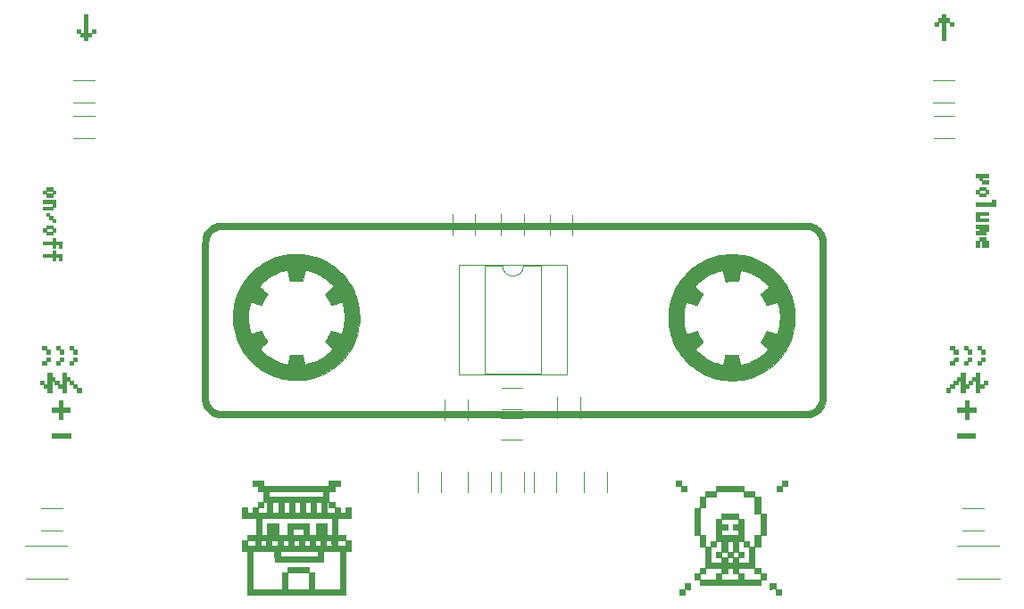
<source format=gbr>
G04 #@! TF.GenerationSoftware,KiCad,Pcbnew,5.1.2-f72e74a~84~ubuntu16.04.1*
G04 #@! TF.CreationDate,2019-05-11T14:37:20+08:00*
G04 #@! TF.ProjectId,MixtapeNEO-3000,4d697874-6170-4654-9e45-4f2d33303030,rev?*
G04 #@! TF.SameCoordinates,Original*
G04 #@! TF.FileFunction,Legend,Top*
G04 #@! TF.FilePolarity,Positive*
%FSLAX46Y46*%
G04 Gerber Fmt 4.6, Leading zero omitted, Abs format (unit mm)*
G04 Created by KiCad (PCBNEW 5.1.2-f72e74a~84~ubuntu16.04.1) date 2019-05-11 14:37:20*
%MOMM*%
%LPD*%
G04 APERTURE LIST*
%ADD10C,0.010000*%
%ADD11C,0.120000*%
%ADD12C,0.150000*%
G04 APERTURE END LIST*
D10*
G36*
X129614972Y-97225275D02*
G01*
X130000158Y-97252131D01*
X130379019Y-97303448D01*
X130752217Y-97379371D01*
X131120415Y-97480047D01*
X131484273Y-97605620D01*
X131844456Y-97756235D01*
X132010450Y-97834634D01*
X132352419Y-98016047D01*
X132680389Y-98218309D01*
X132993557Y-98440565D01*
X133291123Y-98681963D01*
X133572284Y-98941648D01*
X133836240Y-99218769D01*
X134082190Y-99512472D01*
X134309332Y-99821903D01*
X134516865Y-100146209D01*
X134703988Y-100484538D01*
X134869900Y-100836035D01*
X134903840Y-100915923D01*
X135039991Y-101275720D01*
X135152345Y-101643273D01*
X135240778Y-102017124D01*
X135305160Y-102395814D01*
X135345367Y-102777882D01*
X135361270Y-103161870D01*
X135352743Y-103546320D01*
X135319661Y-103929771D01*
X135261894Y-104310764D01*
X135217588Y-104527550D01*
X135120858Y-104902271D01*
X135001096Y-105267283D01*
X134859079Y-105621729D01*
X134695583Y-105964749D01*
X134511384Y-106295488D01*
X134307259Y-106613087D01*
X134083984Y-106916689D01*
X133842335Y-107205436D01*
X133583088Y-107478472D01*
X133307020Y-107734937D01*
X133014906Y-107973975D01*
X132707524Y-108194729D01*
X132385649Y-108396341D01*
X132050057Y-108577952D01*
X131701526Y-108738707D01*
X131340830Y-108877746D01*
X131252508Y-108907800D01*
X130902296Y-109012755D01*
X130552062Y-109094956D01*
X130198819Y-109154820D01*
X129839582Y-109192764D01*
X129471365Y-109209206D01*
X129121200Y-109205669D01*
X128743204Y-109179878D01*
X128367345Y-109129213D01*
X127995064Y-109054193D01*
X127627802Y-108955333D01*
X127267003Y-108833151D01*
X126914107Y-108688164D01*
X126570556Y-108520890D01*
X126237792Y-108331844D01*
X125917258Y-108121545D01*
X125742645Y-107993933D01*
X125440429Y-107748726D01*
X125156219Y-107486077D01*
X124890616Y-107206983D01*
X124644221Y-106912443D01*
X124417634Y-106603454D01*
X124211456Y-106281016D01*
X124026288Y-105946126D01*
X123862731Y-105599782D01*
X123721385Y-105242982D01*
X123602852Y-104876724D01*
X123507732Y-104502007D01*
X123445852Y-104178300D01*
X123402564Y-103851268D01*
X123377076Y-103514937D01*
X123372970Y-103330897D01*
X124787620Y-103330897D01*
X124807756Y-103666131D01*
X124852224Y-103997944D01*
X124873946Y-104114800D01*
X124892955Y-104204140D01*
X124914910Y-104297717D01*
X124938819Y-104392163D01*
X124963690Y-104484112D01*
X124988531Y-104570197D01*
X125012349Y-104647051D01*
X125034154Y-104711307D01*
X125052953Y-104759599D01*
X125067753Y-104788559D01*
X125074458Y-104795319D01*
X125095823Y-104794907D01*
X125139487Y-104786571D01*
X125203776Y-104770780D01*
X125287015Y-104747999D01*
X125387530Y-104718699D01*
X125503646Y-104683345D01*
X125633688Y-104642406D01*
X125711151Y-104617481D01*
X125825049Y-104581150D01*
X125915660Y-104553551D01*
X125983495Y-104534543D01*
X126029068Y-104523985D01*
X126052890Y-104521738D01*
X126056192Y-104522894D01*
X126066065Y-104537551D01*
X126085200Y-104571501D01*
X126111725Y-104621211D01*
X126143763Y-104683145D01*
X126179441Y-104753769D01*
X126192037Y-104779071D01*
X126234314Y-104862373D01*
X126279407Y-104947898D01*
X126323900Y-105029391D01*
X126364376Y-105100597D01*
X126397419Y-105155259D01*
X126398018Y-105156200D01*
X126460792Y-105254880D01*
X126510977Y-105334725D01*
X126549828Y-105398194D01*
X126578603Y-105447746D01*
X126598557Y-105485839D01*
X126610947Y-105514934D01*
X126617029Y-105537488D01*
X126618060Y-105555962D01*
X126615295Y-105572814D01*
X126613753Y-105578475D01*
X126602274Y-105594163D01*
X126574107Y-105623922D01*
X126531840Y-105665281D01*
X126478058Y-105715766D01*
X126415349Y-105772906D01*
X126346299Y-105834229D01*
X126344679Y-105835650D01*
X126254907Y-105915382D01*
X126172468Y-105990623D01*
X126099229Y-106059531D01*
X126037054Y-106120264D01*
X125987809Y-106170980D01*
X125953360Y-106209839D01*
X125935573Y-106234998D01*
X125933500Y-106241524D01*
X125942163Y-106256660D01*
X125966084Y-106286080D01*
X126002156Y-106326517D01*
X126047273Y-106374706D01*
X126098330Y-106427382D01*
X126152221Y-106481280D01*
X126205839Y-106533133D01*
X126249159Y-106573414D01*
X126514273Y-106798896D01*
X126787342Y-107000509D01*
X127069270Y-107178788D01*
X127360960Y-107334266D01*
X127663315Y-107467477D01*
X127921050Y-107560868D01*
X128016404Y-107591177D01*
X128115433Y-107620783D01*
X128213833Y-107648561D01*
X128307299Y-107673384D01*
X128391524Y-107694126D01*
X128462204Y-107709662D01*
X128515035Y-107718866D01*
X128532016Y-107720654D01*
X128540984Y-107709597D01*
X128553963Y-107679022D01*
X128568962Y-107634091D01*
X128579353Y-107597775D01*
X128591285Y-107550464D01*
X128607127Y-107483342D01*
X128625736Y-107401491D01*
X128645969Y-107309990D01*
X128666684Y-107213922D01*
X128681279Y-107144664D01*
X128704594Y-107035014D01*
X128724040Y-106948583D01*
X128740091Y-106883562D01*
X128753220Y-106838145D01*
X128763900Y-106810522D01*
X128771690Y-106799469D01*
X128786755Y-106791570D01*
X128809754Y-106785056D01*
X128842756Y-106779839D01*
X128887834Y-106775830D01*
X128947058Y-106772941D01*
X129022500Y-106771084D01*
X129116230Y-106770172D01*
X129230320Y-106770116D01*
X129366840Y-106770828D01*
X129432934Y-106771348D01*
X129558524Y-106772523D01*
X129661192Y-106773787D01*
X129743415Y-106775259D01*
X129807672Y-106777061D01*
X129856440Y-106779312D01*
X129892196Y-106782133D01*
X129917420Y-106785643D01*
X129934587Y-106789963D01*
X129946177Y-106795213D01*
X129947950Y-106796323D01*
X129958448Y-106804848D01*
X129967740Y-106817555D01*
X129976742Y-106837586D01*
X129986370Y-106868082D01*
X129997540Y-106912182D01*
X130011167Y-106973028D01*
X130028167Y-107053760D01*
X130040525Y-107113823D01*
X130072389Y-107267226D01*
X130100256Y-107396556D01*
X130124372Y-107502779D01*
X130144985Y-107586867D01*
X130162342Y-107649787D01*
X130176691Y-107692509D01*
X130188280Y-107716000D01*
X130195681Y-107721600D01*
X130210652Y-107718999D01*
X130245231Y-107711923D01*
X130294244Y-107701455D01*
X130351570Y-107688892D01*
X130681977Y-107602787D01*
X131003306Y-107493168D01*
X131314512Y-107360620D01*
X131614552Y-107205724D01*
X131902383Y-107029065D01*
X132176962Y-106831223D01*
X132437245Y-106612783D01*
X132655647Y-106401913D01*
X132805544Y-106247402D01*
X132767715Y-106200276D01*
X132729444Y-106156620D01*
X132674267Y-106100074D01*
X132601528Y-106030016D01*
X132510573Y-105945824D01*
X132400747Y-105846875D01*
X132324775Y-105779506D01*
X132243388Y-105706565D01*
X132180417Y-105647645D01*
X132136290Y-105603171D01*
X132111436Y-105573571D01*
X132105700Y-105561296D01*
X132108458Y-105538348D01*
X132117787Y-105509790D01*
X132135263Y-105472587D01*
X132162467Y-105423701D01*
X132200976Y-105360098D01*
X132252369Y-105278740D01*
X132253638Y-105276757D01*
X132323508Y-105166299D01*
X132382110Y-105070435D01*
X132432884Y-104983052D01*
X132479270Y-104898036D01*
X132524711Y-104809275D01*
X132572646Y-104710655D01*
X132574618Y-104706516D01*
X132604937Y-104643986D01*
X132632295Y-104589714D01*
X132654536Y-104547813D01*
X132669504Y-104522395D01*
X132674066Y-104516786D01*
X132689000Y-104518535D01*
X132724915Y-104527379D01*
X132778686Y-104542409D01*
X132847188Y-104562714D01*
X132927296Y-104587386D01*
X133015887Y-104615515D01*
X133040872Y-104623589D01*
X133175818Y-104666898D01*
X133297685Y-104705071D01*
X133404675Y-104737584D01*
X133494988Y-104763916D01*
X133566826Y-104783541D01*
X133618389Y-104795936D01*
X133647879Y-104800578D01*
X133649090Y-104800600D01*
X133660927Y-104788759D01*
X133677459Y-104755383D01*
X133697689Y-104703690D01*
X133720616Y-104636897D01*
X133745242Y-104558222D01*
X133770568Y-104470884D01*
X133795595Y-104378100D01*
X133819325Y-104283088D01*
X133840758Y-104189066D01*
X133844803Y-104170084D01*
X133902583Y-103842409D01*
X133936584Y-103519766D01*
X133946921Y-103198573D01*
X133933710Y-102875245D01*
X133897066Y-102546199D01*
X133897065Y-102546190D01*
X133881737Y-102450134D01*
X133863224Y-102349648D01*
X133842373Y-102248061D01*
X133820030Y-102148700D01*
X133797041Y-102054892D01*
X133774254Y-101969965D01*
X133752514Y-101897245D01*
X133732669Y-101840061D01*
X133715565Y-101801738D01*
X133703764Y-101786449D01*
X133680243Y-101782678D01*
X133635274Y-101787712D01*
X133568499Y-101801644D01*
X133479560Y-101824568D01*
X133368101Y-101856575D01*
X133233763Y-101897757D01*
X133076189Y-101948208D01*
X133068146Y-101950828D01*
X132978928Y-101979490D01*
X132895558Y-102005475D01*
X132821692Y-102027706D01*
X132760983Y-102045109D01*
X132717084Y-102056606D01*
X132693739Y-102061115D01*
X132668462Y-102061288D01*
X132652805Y-102054246D01*
X132641219Y-102034359D01*
X132628155Y-101995997D01*
X132627492Y-101993900D01*
X132603343Y-101929584D01*
X132566892Y-101848510D01*
X132520399Y-101754734D01*
X132466124Y-101652308D01*
X132406328Y-101545288D01*
X132343270Y-101437726D01*
X132279209Y-101333678D01*
X132216407Y-101237197D01*
X132162409Y-101159604D01*
X132068681Y-101030158D01*
X132274515Y-100850048D01*
X132352727Y-100781057D01*
X132441814Y-100701570D01*
X132534126Y-100618468D01*
X132622015Y-100538631D01*
X132686568Y-100479366D01*
X132892786Y-100288796D01*
X132817642Y-100204723D01*
X132761106Y-100143773D01*
X132691047Y-100071767D01*
X132613154Y-99994264D01*
X132533118Y-99916824D01*
X132456627Y-99845004D01*
X132389370Y-99784365D01*
X132372400Y-99769659D01*
X132241204Y-99662510D01*
X132094170Y-99551418D01*
X131938644Y-99441498D01*
X131781972Y-99337862D01*
X131631498Y-99245624D01*
X131565482Y-99207928D01*
X131466716Y-99156124D01*
X131355164Y-99102914D01*
X131234273Y-99049535D01*
X131107494Y-98997224D01*
X130978275Y-98947219D01*
X130850065Y-98900756D01*
X130726313Y-98859073D01*
X130610469Y-98823407D01*
X130505982Y-98794996D01*
X130416301Y-98775076D01*
X130344874Y-98764884D01*
X130327646Y-98763913D01*
X130295890Y-98763784D01*
X130268650Y-98766741D01*
X130245058Y-98774792D01*
X130224245Y-98789944D01*
X130205344Y-98814205D01*
X130187487Y-98849582D01*
X130169806Y-98898083D01*
X130151433Y-98961714D01*
X130131501Y-99042484D01*
X130109140Y-99142400D01*
X130083484Y-99263468D01*
X130057632Y-99388416D01*
X129978450Y-99773050D01*
X129597450Y-99772192D01*
X129427134Y-99772884D01*
X129281086Y-99775804D01*
X129158270Y-99780987D01*
X129057648Y-99788465D01*
X129038650Y-99790394D01*
X128955504Y-99799118D01*
X128893753Y-99804927D01*
X128849562Y-99807867D01*
X128819098Y-99807983D01*
X128798529Y-99805320D01*
X128784021Y-99799923D01*
X128773991Y-99793512D01*
X128765204Y-99780438D01*
X128754464Y-99751636D01*
X128741287Y-99705249D01*
X128725188Y-99639423D01*
X128705684Y-99552303D01*
X128682291Y-99442032D01*
X128682095Y-99441087D01*
X128653820Y-99305992D01*
X128629793Y-99193436D01*
X128609312Y-99101045D01*
X128591677Y-99026444D01*
X128576188Y-98967259D01*
X128562144Y-98921116D01*
X128548844Y-98885640D01*
X128535589Y-98858457D01*
X128521677Y-98837192D01*
X128506409Y-98819472D01*
X128495577Y-98808872D01*
X128467403Y-98787978D01*
X128434440Y-98776013D01*
X128392516Y-98772926D01*
X128337460Y-98778666D01*
X128265100Y-98793181D01*
X128214231Y-98805433D01*
X127973856Y-98874239D01*
X127726362Y-98961300D01*
X127478637Y-99063684D01*
X127237572Y-99178457D01*
X127010054Y-99302686D01*
X126923098Y-99355167D01*
X126777128Y-99451811D01*
X126622827Y-99564532D01*
X126466198Y-99688438D01*
X126313245Y-99818636D01*
X126169971Y-99950237D01*
X126066515Y-100053075D01*
X126004018Y-100118755D01*
X125957968Y-100169886D01*
X125926359Y-100209375D01*
X125907188Y-100240129D01*
X125898450Y-100265055D01*
X125898140Y-100287059D01*
X125899732Y-100294934D01*
X125914937Y-100323966D01*
X125949295Y-100367845D01*
X126001981Y-100425736D01*
X126072173Y-100496801D01*
X126159045Y-100580202D01*
X126261773Y-100675101D01*
X126366327Y-100768961D01*
X126435417Y-100830918D01*
X126497819Y-100888134D01*
X126551098Y-100938277D01*
X126592820Y-100979014D01*
X126620553Y-101008011D01*
X126631862Y-101022935D01*
X126632000Y-101023671D01*
X126625171Y-101051967D01*
X126604095Y-101094731D01*
X126567885Y-101153551D01*
X126522730Y-101219960D01*
X126466731Y-101303601D01*
X126406940Y-101399400D01*
X126345833Y-101502816D01*
X126285886Y-101609311D01*
X126229576Y-101714344D01*
X126179379Y-101813377D01*
X126137772Y-101901871D01*
X126107230Y-101975286D01*
X126100524Y-101993900D01*
X126086364Y-102032986D01*
X126074430Y-102053442D01*
X126058872Y-102060718D01*
X126033838Y-102060264D01*
X126029658Y-102059928D01*
X126005307Y-102055034D01*
X125960552Y-102043185D01*
X125899080Y-102025471D01*
X125824578Y-102002980D01*
X125740734Y-101976805D01*
X125652032Y-101948294D01*
X125524291Y-101907350D01*
X125406080Y-101870835D01*
X125299791Y-101839414D01*
X125207815Y-101813756D01*
X125132546Y-101794527D01*
X125076374Y-101782393D01*
X125041693Y-101778020D01*
X125041010Y-101778016D01*
X125029711Y-101780115D01*
X125019518Y-101788588D01*
X125009104Y-101806674D01*
X124997147Y-101837613D01*
X124982321Y-101884642D01*
X124963303Y-101951002D01*
X124948689Y-102003766D01*
X124872349Y-102328678D01*
X124820001Y-102659770D01*
X124791730Y-102994643D01*
X124787620Y-103330897D01*
X123372970Y-103330897D01*
X123369510Y-103175831D01*
X123379993Y-102840475D01*
X123408647Y-102515396D01*
X123413425Y-102476500D01*
X123474346Y-102094071D01*
X123558611Y-101720021D01*
X123665454Y-101355154D01*
X123794110Y-101000270D01*
X123943816Y-100656172D01*
X124113806Y-100323662D01*
X124303315Y-100003543D01*
X124511580Y-99696616D01*
X124737835Y-99403685D01*
X124981315Y-99125551D01*
X125241256Y-98863016D01*
X125516894Y-98616882D01*
X125807463Y-98387953D01*
X126112199Y-98177029D01*
X126430337Y-97984914D01*
X126761113Y-97812410D01*
X127103761Y-97660318D01*
X127457518Y-97529441D01*
X127821618Y-97420581D01*
X128195296Y-97334541D01*
X128340150Y-97307910D01*
X128509574Y-97280589D01*
X128664608Y-97259522D01*
X128814048Y-97243860D01*
X128966691Y-97232754D01*
X129131333Y-97225356D01*
X129222800Y-97222735D01*
X129614972Y-97225275D01*
X129614972Y-97225275D01*
G37*
X129614972Y-97225275D02*
X130000158Y-97252131D01*
X130379019Y-97303448D01*
X130752217Y-97379371D01*
X131120415Y-97480047D01*
X131484273Y-97605620D01*
X131844456Y-97756235D01*
X132010450Y-97834634D01*
X132352419Y-98016047D01*
X132680389Y-98218309D01*
X132993557Y-98440565D01*
X133291123Y-98681963D01*
X133572284Y-98941648D01*
X133836240Y-99218769D01*
X134082190Y-99512472D01*
X134309332Y-99821903D01*
X134516865Y-100146209D01*
X134703988Y-100484538D01*
X134869900Y-100836035D01*
X134903840Y-100915923D01*
X135039991Y-101275720D01*
X135152345Y-101643273D01*
X135240778Y-102017124D01*
X135305160Y-102395814D01*
X135345367Y-102777882D01*
X135361270Y-103161870D01*
X135352743Y-103546320D01*
X135319661Y-103929771D01*
X135261894Y-104310764D01*
X135217588Y-104527550D01*
X135120858Y-104902271D01*
X135001096Y-105267283D01*
X134859079Y-105621729D01*
X134695583Y-105964749D01*
X134511384Y-106295488D01*
X134307259Y-106613087D01*
X134083984Y-106916689D01*
X133842335Y-107205436D01*
X133583088Y-107478472D01*
X133307020Y-107734937D01*
X133014906Y-107973975D01*
X132707524Y-108194729D01*
X132385649Y-108396341D01*
X132050057Y-108577952D01*
X131701526Y-108738707D01*
X131340830Y-108877746D01*
X131252508Y-108907800D01*
X130902296Y-109012755D01*
X130552062Y-109094956D01*
X130198819Y-109154820D01*
X129839582Y-109192764D01*
X129471365Y-109209206D01*
X129121200Y-109205669D01*
X128743204Y-109179878D01*
X128367345Y-109129213D01*
X127995064Y-109054193D01*
X127627802Y-108955333D01*
X127267003Y-108833151D01*
X126914107Y-108688164D01*
X126570556Y-108520890D01*
X126237792Y-108331844D01*
X125917258Y-108121545D01*
X125742645Y-107993933D01*
X125440429Y-107748726D01*
X125156219Y-107486077D01*
X124890616Y-107206983D01*
X124644221Y-106912443D01*
X124417634Y-106603454D01*
X124211456Y-106281016D01*
X124026288Y-105946126D01*
X123862731Y-105599782D01*
X123721385Y-105242982D01*
X123602852Y-104876724D01*
X123507732Y-104502007D01*
X123445852Y-104178300D01*
X123402564Y-103851268D01*
X123377076Y-103514937D01*
X123372970Y-103330897D01*
X124787620Y-103330897D01*
X124807756Y-103666131D01*
X124852224Y-103997944D01*
X124873946Y-104114800D01*
X124892955Y-104204140D01*
X124914910Y-104297717D01*
X124938819Y-104392163D01*
X124963690Y-104484112D01*
X124988531Y-104570197D01*
X125012349Y-104647051D01*
X125034154Y-104711307D01*
X125052953Y-104759599D01*
X125067753Y-104788559D01*
X125074458Y-104795319D01*
X125095823Y-104794907D01*
X125139487Y-104786571D01*
X125203776Y-104770780D01*
X125287015Y-104747999D01*
X125387530Y-104718699D01*
X125503646Y-104683345D01*
X125633688Y-104642406D01*
X125711151Y-104617481D01*
X125825049Y-104581150D01*
X125915660Y-104553551D01*
X125983495Y-104534543D01*
X126029068Y-104523985D01*
X126052890Y-104521738D01*
X126056192Y-104522894D01*
X126066065Y-104537551D01*
X126085200Y-104571501D01*
X126111725Y-104621211D01*
X126143763Y-104683145D01*
X126179441Y-104753769D01*
X126192037Y-104779071D01*
X126234314Y-104862373D01*
X126279407Y-104947898D01*
X126323900Y-105029391D01*
X126364376Y-105100597D01*
X126397419Y-105155259D01*
X126398018Y-105156200D01*
X126460792Y-105254880D01*
X126510977Y-105334725D01*
X126549828Y-105398194D01*
X126578603Y-105447746D01*
X126598557Y-105485839D01*
X126610947Y-105514934D01*
X126617029Y-105537488D01*
X126618060Y-105555962D01*
X126615295Y-105572814D01*
X126613753Y-105578475D01*
X126602274Y-105594163D01*
X126574107Y-105623922D01*
X126531840Y-105665281D01*
X126478058Y-105715766D01*
X126415349Y-105772906D01*
X126346299Y-105834229D01*
X126344679Y-105835650D01*
X126254907Y-105915382D01*
X126172468Y-105990623D01*
X126099229Y-106059531D01*
X126037054Y-106120264D01*
X125987809Y-106170980D01*
X125953360Y-106209839D01*
X125935573Y-106234998D01*
X125933500Y-106241524D01*
X125942163Y-106256660D01*
X125966084Y-106286080D01*
X126002156Y-106326517D01*
X126047273Y-106374706D01*
X126098330Y-106427382D01*
X126152221Y-106481280D01*
X126205839Y-106533133D01*
X126249159Y-106573414D01*
X126514273Y-106798896D01*
X126787342Y-107000509D01*
X127069270Y-107178788D01*
X127360960Y-107334266D01*
X127663315Y-107467477D01*
X127921050Y-107560868D01*
X128016404Y-107591177D01*
X128115433Y-107620783D01*
X128213833Y-107648561D01*
X128307299Y-107673384D01*
X128391524Y-107694126D01*
X128462204Y-107709662D01*
X128515035Y-107718866D01*
X128532016Y-107720654D01*
X128540984Y-107709597D01*
X128553963Y-107679022D01*
X128568962Y-107634091D01*
X128579353Y-107597775D01*
X128591285Y-107550464D01*
X128607127Y-107483342D01*
X128625736Y-107401491D01*
X128645969Y-107309990D01*
X128666684Y-107213922D01*
X128681279Y-107144664D01*
X128704594Y-107035014D01*
X128724040Y-106948583D01*
X128740091Y-106883562D01*
X128753220Y-106838145D01*
X128763900Y-106810522D01*
X128771690Y-106799469D01*
X128786755Y-106791570D01*
X128809754Y-106785056D01*
X128842756Y-106779839D01*
X128887834Y-106775830D01*
X128947058Y-106772941D01*
X129022500Y-106771084D01*
X129116230Y-106770172D01*
X129230320Y-106770116D01*
X129366840Y-106770828D01*
X129432934Y-106771348D01*
X129558524Y-106772523D01*
X129661192Y-106773787D01*
X129743415Y-106775259D01*
X129807672Y-106777061D01*
X129856440Y-106779312D01*
X129892196Y-106782133D01*
X129917420Y-106785643D01*
X129934587Y-106789963D01*
X129946177Y-106795213D01*
X129947950Y-106796323D01*
X129958448Y-106804848D01*
X129967740Y-106817555D01*
X129976742Y-106837586D01*
X129986370Y-106868082D01*
X129997540Y-106912182D01*
X130011167Y-106973028D01*
X130028167Y-107053760D01*
X130040525Y-107113823D01*
X130072389Y-107267226D01*
X130100256Y-107396556D01*
X130124372Y-107502779D01*
X130144985Y-107586867D01*
X130162342Y-107649787D01*
X130176691Y-107692509D01*
X130188280Y-107716000D01*
X130195681Y-107721600D01*
X130210652Y-107718999D01*
X130245231Y-107711923D01*
X130294244Y-107701455D01*
X130351570Y-107688892D01*
X130681977Y-107602787D01*
X131003306Y-107493168D01*
X131314512Y-107360620D01*
X131614552Y-107205724D01*
X131902383Y-107029065D01*
X132176962Y-106831223D01*
X132437245Y-106612783D01*
X132655647Y-106401913D01*
X132805544Y-106247402D01*
X132767715Y-106200276D01*
X132729444Y-106156620D01*
X132674267Y-106100074D01*
X132601528Y-106030016D01*
X132510573Y-105945824D01*
X132400747Y-105846875D01*
X132324775Y-105779506D01*
X132243388Y-105706565D01*
X132180417Y-105647645D01*
X132136290Y-105603171D01*
X132111436Y-105573571D01*
X132105700Y-105561296D01*
X132108458Y-105538348D01*
X132117787Y-105509790D01*
X132135263Y-105472587D01*
X132162467Y-105423701D01*
X132200976Y-105360098D01*
X132252369Y-105278740D01*
X132253638Y-105276757D01*
X132323508Y-105166299D01*
X132382110Y-105070435D01*
X132432884Y-104983052D01*
X132479270Y-104898036D01*
X132524711Y-104809275D01*
X132572646Y-104710655D01*
X132574618Y-104706516D01*
X132604937Y-104643986D01*
X132632295Y-104589714D01*
X132654536Y-104547813D01*
X132669504Y-104522395D01*
X132674066Y-104516786D01*
X132689000Y-104518535D01*
X132724915Y-104527379D01*
X132778686Y-104542409D01*
X132847188Y-104562714D01*
X132927296Y-104587386D01*
X133015887Y-104615515D01*
X133040872Y-104623589D01*
X133175818Y-104666898D01*
X133297685Y-104705071D01*
X133404675Y-104737584D01*
X133494988Y-104763916D01*
X133566826Y-104783541D01*
X133618389Y-104795936D01*
X133647879Y-104800578D01*
X133649090Y-104800600D01*
X133660927Y-104788759D01*
X133677459Y-104755383D01*
X133697689Y-104703690D01*
X133720616Y-104636897D01*
X133745242Y-104558222D01*
X133770568Y-104470884D01*
X133795595Y-104378100D01*
X133819325Y-104283088D01*
X133840758Y-104189066D01*
X133844803Y-104170084D01*
X133902583Y-103842409D01*
X133936584Y-103519766D01*
X133946921Y-103198573D01*
X133933710Y-102875245D01*
X133897066Y-102546199D01*
X133897065Y-102546190D01*
X133881737Y-102450134D01*
X133863224Y-102349648D01*
X133842373Y-102248061D01*
X133820030Y-102148700D01*
X133797041Y-102054892D01*
X133774254Y-101969965D01*
X133752514Y-101897245D01*
X133732669Y-101840061D01*
X133715565Y-101801738D01*
X133703764Y-101786449D01*
X133680243Y-101782678D01*
X133635274Y-101787712D01*
X133568499Y-101801644D01*
X133479560Y-101824568D01*
X133368101Y-101856575D01*
X133233763Y-101897757D01*
X133076189Y-101948208D01*
X133068146Y-101950828D01*
X132978928Y-101979490D01*
X132895558Y-102005475D01*
X132821692Y-102027706D01*
X132760983Y-102045109D01*
X132717084Y-102056606D01*
X132693739Y-102061115D01*
X132668462Y-102061288D01*
X132652805Y-102054246D01*
X132641219Y-102034359D01*
X132628155Y-101995997D01*
X132627492Y-101993900D01*
X132603343Y-101929584D01*
X132566892Y-101848510D01*
X132520399Y-101754734D01*
X132466124Y-101652308D01*
X132406328Y-101545288D01*
X132343270Y-101437726D01*
X132279209Y-101333678D01*
X132216407Y-101237197D01*
X132162409Y-101159604D01*
X132068681Y-101030158D01*
X132274515Y-100850048D01*
X132352727Y-100781057D01*
X132441814Y-100701570D01*
X132534126Y-100618468D01*
X132622015Y-100538631D01*
X132686568Y-100479366D01*
X132892786Y-100288796D01*
X132817642Y-100204723D01*
X132761106Y-100143773D01*
X132691047Y-100071767D01*
X132613154Y-99994264D01*
X132533118Y-99916824D01*
X132456627Y-99845004D01*
X132389370Y-99784365D01*
X132372400Y-99769659D01*
X132241204Y-99662510D01*
X132094170Y-99551418D01*
X131938644Y-99441498D01*
X131781972Y-99337862D01*
X131631498Y-99245624D01*
X131565482Y-99207928D01*
X131466716Y-99156124D01*
X131355164Y-99102914D01*
X131234273Y-99049535D01*
X131107494Y-98997224D01*
X130978275Y-98947219D01*
X130850065Y-98900756D01*
X130726313Y-98859073D01*
X130610469Y-98823407D01*
X130505982Y-98794996D01*
X130416301Y-98775076D01*
X130344874Y-98764884D01*
X130327646Y-98763913D01*
X130295890Y-98763784D01*
X130268650Y-98766741D01*
X130245058Y-98774792D01*
X130224245Y-98789944D01*
X130205344Y-98814205D01*
X130187487Y-98849582D01*
X130169806Y-98898083D01*
X130151433Y-98961714D01*
X130131501Y-99042484D01*
X130109140Y-99142400D01*
X130083484Y-99263468D01*
X130057632Y-99388416D01*
X129978450Y-99773050D01*
X129597450Y-99772192D01*
X129427134Y-99772884D01*
X129281086Y-99775804D01*
X129158270Y-99780987D01*
X129057648Y-99788465D01*
X129038650Y-99790394D01*
X128955504Y-99799118D01*
X128893753Y-99804927D01*
X128849562Y-99807867D01*
X128819098Y-99807983D01*
X128798529Y-99805320D01*
X128784021Y-99799923D01*
X128773991Y-99793512D01*
X128765204Y-99780438D01*
X128754464Y-99751636D01*
X128741287Y-99705249D01*
X128725188Y-99639423D01*
X128705684Y-99552303D01*
X128682291Y-99442032D01*
X128682095Y-99441087D01*
X128653820Y-99305992D01*
X128629793Y-99193436D01*
X128609312Y-99101045D01*
X128591677Y-99026444D01*
X128576188Y-98967259D01*
X128562144Y-98921116D01*
X128548844Y-98885640D01*
X128535589Y-98858457D01*
X128521677Y-98837192D01*
X128506409Y-98819472D01*
X128495577Y-98808872D01*
X128467403Y-98787978D01*
X128434440Y-98776013D01*
X128392516Y-98772926D01*
X128337460Y-98778666D01*
X128265100Y-98793181D01*
X128214231Y-98805433D01*
X127973856Y-98874239D01*
X127726362Y-98961300D01*
X127478637Y-99063684D01*
X127237572Y-99178457D01*
X127010054Y-99302686D01*
X126923098Y-99355167D01*
X126777128Y-99451811D01*
X126622827Y-99564532D01*
X126466198Y-99688438D01*
X126313245Y-99818636D01*
X126169971Y-99950237D01*
X126066515Y-100053075D01*
X126004018Y-100118755D01*
X125957968Y-100169886D01*
X125926359Y-100209375D01*
X125907188Y-100240129D01*
X125898450Y-100265055D01*
X125898140Y-100287059D01*
X125899732Y-100294934D01*
X125914937Y-100323966D01*
X125949295Y-100367845D01*
X126001981Y-100425736D01*
X126072173Y-100496801D01*
X126159045Y-100580202D01*
X126261773Y-100675101D01*
X126366327Y-100768961D01*
X126435417Y-100830918D01*
X126497819Y-100888134D01*
X126551098Y-100938277D01*
X126592820Y-100979014D01*
X126620553Y-101008011D01*
X126631862Y-101022935D01*
X126632000Y-101023671D01*
X126625171Y-101051967D01*
X126604095Y-101094731D01*
X126567885Y-101153551D01*
X126522730Y-101219960D01*
X126466731Y-101303601D01*
X126406940Y-101399400D01*
X126345833Y-101502816D01*
X126285886Y-101609311D01*
X126229576Y-101714344D01*
X126179379Y-101813377D01*
X126137772Y-101901871D01*
X126107230Y-101975286D01*
X126100524Y-101993900D01*
X126086364Y-102032986D01*
X126074430Y-102053442D01*
X126058872Y-102060718D01*
X126033838Y-102060264D01*
X126029658Y-102059928D01*
X126005307Y-102055034D01*
X125960552Y-102043185D01*
X125899080Y-102025471D01*
X125824578Y-102002980D01*
X125740734Y-101976805D01*
X125652032Y-101948294D01*
X125524291Y-101907350D01*
X125406080Y-101870835D01*
X125299791Y-101839414D01*
X125207815Y-101813756D01*
X125132546Y-101794527D01*
X125076374Y-101782393D01*
X125041693Y-101778020D01*
X125041010Y-101778016D01*
X125029711Y-101780115D01*
X125019518Y-101788588D01*
X125009104Y-101806674D01*
X124997147Y-101837613D01*
X124982321Y-101884642D01*
X124963303Y-101951002D01*
X124948689Y-102003766D01*
X124872349Y-102328678D01*
X124820001Y-102659770D01*
X124791730Y-102994643D01*
X124787620Y-103330897D01*
X123372970Y-103330897D01*
X123369510Y-103175831D01*
X123379993Y-102840475D01*
X123408647Y-102515396D01*
X123413425Y-102476500D01*
X123474346Y-102094071D01*
X123558611Y-101720021D01*
X123665454Y-101355154D01*
X123794110Y-101000270D01*
X123943816Y-100656172D01*
X124113806Y-100323662D01*
X124303315Y-100003543D01*
X124511580Y-99696616D01*
X124737835Y-99403685D01*
X124981315Y-99125551D01*
X125241256Y-98863016D01*
X125516894Y-98616882D01*
X125807463Y-98387953D01*
X126112199Y-98177029D01*
X126430337Y-97984914D01*
X126761113Y-97812410D01*
X127103761Y-97660318D01*
X127457518Y-97529441D01*
X127821618Y-97420581D01*
X128195296Y-97334541D01*
X128340150Y-97307910D01*
X128509574Y-97280589D01*
X128664608Y-97259522D01*
X128814048Y-97243860D01*
X128966691Y-97232754D01*
X129131333Y-97225356D01*
X129222800Y-97222735D01*
X129614972Y-97225275D01*
G36*
X171054511Y-97259614D02*
G01*
X171438411Y-97296885D01*
X171820605Y-97358957D01*
X172155150Y-97434335D01*
X172436774Y-97513543D01*
X172709549Y-97605596D01*
X172980205Y-97713038D01*
X173255474Y-97838410D01*
X173355300Y-97887572D01*
X173701272Y-98074916D01*
X174030707Y-98281518D01*
X174343462Y-98507250D01*
X174639393Y-98751985D01*
X174918353Y-99015594D01*
X175180201Y-99297952D01*
X175424791Y-99598930D01*
X175647119Y-99911100D01*
X175747135Y-100064290D01*
X175834365Y-100205238D01*
X175912761Y-100340805D01*
X175986273Y-100477855D01*
X176058855Y-100623249D01*
X176067577Y-100641350D01*
X176219772Y-100985083D01*
X176349600Y-101336398D01*
X176457589Y-101697134D01*
X176544268Y-102069126D01*
X176610164Y-102454211D01*
X176628217Y-102590800D01*
X176636264Y-102674899D01*
X176642699Y-102779635D01*
X176647525Y-102900428D01*
X176650741Y-103032702D01*
X176652348Y-103171879D01*
X176652350Y-103313382D01*
X176650745Y-103452634D01*
X176647536Y-103585056D01*
X176642723Y-103706072D01*
X176636308Y-103811105D01*
X176628292Y-103895576D01*
X176627884Y-103898900D01*
X176569337Y-104285764D01*
X176491491Y-104657421D01*
X176393645Y-105015963D01*
X176275098Y-105363483D01*
X176135148Y-105702074D01*
X175973094Y-106033827D01*
X175821264Y-106305550D01*
X175624053Y-106615407D01*
X175404670Y-106915883D01*
X175165392Y-107204490D01*
X174908492Y-107478742D01*
X174636246Y-107736155D01*
X174350929Y-107974241D01*
X174170130Y-108109862D01*
X173849435Y-108325024D01*
X173516482Y-108518611D01*
X173172624Y-108690219D01*
X172819211Y-108839443D01*
X172457597Y-108965876D01*
X172089133Y-109069115D01*
X171715171Y-109148754D01*
X171337063Y-109204388D01*
X170956161Y-109235612D01*
X170573817Y-109242020D01*
X170408900Y-109237027D01*
X170022673Y-109207451D01*
X169642969Y-109153870D01*
X169270642Y-109076984D01*
X168906543Y-108977492D01*
X168551526Y-108856092D01*
X168206443Y-108713485D01*
X167872149Y-108550369D01*
X167549495Y-108367443D01*
X167239335Y-108165406D01*
X166942521Y-107944958D01*
X166659907Y-107706798D01*
X166392346Y-107451624D01*
X166140691Y-107180137D01*
X165905794Y-106893034D01*
X165688509Y-106591015D01*
X165489688Y-106274780D01*
X165310185Y-105945027D01*
X165150853Y-105602456D01*
X165012544Y-105247766D01*
X164896112Y-104881655D01*
X164841198Y-104673600D01*
X164776863Y-104384778D01*
X164728415Y-104105804D01*
X164695076Y-103829488D01*
X164676063Y-103548643D01*
X164670598Y-103256081D01*
X164670741Y-103244850D01*
X166086826Y-103244850D01*
X166092767Y-103504701D01*
X166111312Y-103750478D01*
X166143539Y-103989139D01*
X166190530Y-104227641D01*
X166253363Y-104472940D01*
X166303341Y-104639735D01*
X166362691Y-104828120D01*
X166420084Y-104819513D01*
X166460936Y-104811030D01*
X166523724Y-104794746D01*
X166606416Y-104771267D01*
X166706981Y-104741201D01*
X166823387Y-104705156D01*
X166953601Y-104663738D01*
X167094200Y-104618013D01*
X167169336Y-104593823D01*
X167236408Y-104573159D01*
X167291647Y-104557108D01*
X167331284Y-104546755D01*
X167351551Y-104543184D01*
X167353130Y-104543467D01*
X167362315Y-104556812D01*
X167379987Y-104588945D01*
X167403932Y-104635620D01*
X167431937Y-104692587D01*
X167444608Y-104719045D01*
X167497264Y-104827184D01*
X167549237Y-104927786D01*
X167603957Y-105026948D01*
X167664853Y-105130771D01*
X167735357Y-105245353D01*
X167782812Y-105320416D01*
X167832364Y-105398957D01*
X167869158Y-105459631D01*
X167894634Y-105505633D01*
X167910232Y-105540156D01*
X167917389Y-105566397D01*
X167917546Y-105587549D01*
X167912142Y-105606808D01*
X167911999Y-105607166D01*
X167899586Y-105623208D01*
X167870744Y-105653230D01*
X167828239Y-105694582D01*
X167774839Y-105744613D01*
X167713311Y-105800672D01*
X167665700Y-105843130D01*
X167569908Y-105928754D01*
X167482888Y-106008429D01*
X167406268Y-106080550D01*
X167341679Y-106143510D01*
X167290751Y-106195702D01*
X167255115Y-106235520D01*
X167236402Y-106261356D01*
X167233900Y-106268650D01*
X167242755Y-106285070D01*
X167267435Y-106315817D01*
X167305109Y-106357979D01*
X167352945Y-106408645D01*
X167408113Y-106464904D01*
X167467782Y-106523844D01*
X167529122Y-106582553D01*
X167589301Y-106638121D01*
X167618476Y-106664174D01*
X167832324Y-106843236D01*
X168045860Y-107002305D01*
X168265751Y-107145810D01*
X168498661Y-107278181D01*
X168681700Y-107370792D01*
X168872137Y-107457937D01*
X169061461Y-107534289D01*
X169255744Y-107601906D01*
X169461061Y-107662842D01*
X169683485Y-107719154D01*
X169767550Y-107738386D01*
X169803254Y-107745134D01*
X169827004Y-107743419D01*
X169843407Y-107729229D01*
X169857069Y-107698554D01*
X169872597Y-107647381D01*
X169872778Y-107646749D01*
X169883100Y-107607355D01*
X169897514Y-107547527D01*
X169915010Y-107471712D01*
X169934577Y-107384357D01*
X169955204Y-107289911D01*
X169975331Y-107195436D01*
X169994877Y-107104087D01*
X170013366Y-107020705D01*
X170030017Y-106948577D01*
X170044049Y-106890991D01*
X170054682Y-106851235D01*
X170061135Y-106832596D01*
X170061684Y-106831835D01*
X170078619Y-106822191D01*
X170109539Y-106814179D01*
X170156100Y-106807697D01*
X170219957Y-106802643D01*
X170302766Y-106798914D01*
X170406183Y-106796407D01*
X170531863Y-106795021D01*
X170662900Y-106794647D01*
X170806653Y-106795075D01*
X170926915Y-106796450D01*
X171025580Y-106798908D01*
X171104544Y-106802586D01*
X171165701Y-106807618D01*
X171210946Y-106814142D01*
X171242175Y-106822293D01*
X171261283Y-106832208D01*
X171266997Y-106838023D01*
X171273504Y-106855561D01*
X171283967Y-106894053D01*
X171297437Y-106949531D01*
X171312961Y-107018027D01*
X171329588Y-107095575D01*
X171334805Y-107120769D01*
X171367226Y-107276258D01*
X171396147Y-107409922D01*
X171421433Y-107521193D01*
X171442948Y-107609505D01*
X171460554Y-107674291D01*
X171474116Y-107714984D01*
X171480855Y-107728464D01*
X171489014Y-107737460D01*
X171500394Y-107742267D01*
X171519443Y-107742568D01*
X171550611Y-107738046D01*
X171598347Y-107728383D01*
X171654355Y-107716094D01*
X171975145Y-107632604D01*
X172289730Y-107526340D01*
X172594327Y-107398718D01*
X172863579Y-107263062D01*
X172965154Y-107204556D01*
X173079249Y-107134050D01*
X173199095Y-107056071D01*
X173317921Y-106975141D01*
X173428958Y-106895786D01*
X173525434Y-106822531D01*
X173539447Y-106811373D01*
X173588121Y-106770777D01*
X173646741Y-106719461D01*
X173712043Y-106660525D01*
X173780762Y-106597071D01*
X173849634Y-106532200D01*
X173915396Y-106469012D01*
X173974783Y-106410609D01*
X174024532Y-106360091D01*
X174061378Y-106320559D01*
X174080529Y-106297332D01*
X174104905Y-106263099D01*
X173966607Y-106125574D01*
X173911541Y-106072158D01*
X173843147Y-106007875D01*
X173767473Y-105938290D01*
X173690561Y-105868965D01*
X173623966Y-105810250D01*
X173562770Y-105756032D01*
X173508123Y-105705772D01*
X173463002Y-105662357D01*
X173430385Y-105628678D01*
X173413248Y-105607624D01*
X173411541Y-105604099D01*
X173408561Y-105579268D01*
X173414103Y-105549487D01*
X173429724Y-105511100D01*
X173456982Y-105460448D01*
X173497435Y-105393876D01*
X173508732Y-105375987D01*
X173581205Y-105260939D01*
X173642098Y-105162067D01*
X173694158Y-105074571D01*
X173740129Y-104993649D01*
X173782757Y-104914502D01*
X173824786Y-104832329D01*
X173856995Y-104767003D01*
X173890632Y-104698681D01*
X173920984Y-104638454D01*
X173946152Y-104589978D01*
X173964233Y-104556911D01*
X173973329Y-104542908D01*
X173973513Y-104542775D01*
X173988020Y-104544761D01*
X174023182Y-104553799D01*
X174075565Y-104568877D01*
X174141736Y-104588986D01*
X174218264Y-104613115D01*
X174276075Y-104631830D01*
X174431280Y-104682191D01*
X174563683Y-104724258D01*
X174674377Y-104758357D01*
X174764453Y-104784812D01*
X174835003Y-104803948D01*
X174887119Y-104816090D01*
X174908758Y-104819970D01*
X174966025Y-104828557D01*
X175018090Y-104668522D01*
X175112087Y-104338989D01*
X175181142Y-104005378D01*
X175225172Y-103668675D01*
X175244093Y-103329861D01*
X175237821Y-102989921D01*
X175206273Y-102649839D01*
X175196370Y-102578100D01*
X175182166Y-102489704D01*
X175164617Y-102394601D01*
X175144601Y-102296363D01*
X175122997Y-102198562D01*
X175100682Y-102104770D01*
X175078535Y-102018558D01*
X175057434Y-101943499D01*
X175038257Y-101883164D01*
X175021883Y-101841126D01*
X175010505Y-101822120D01*
X174995215Y-101814467D01*
X174968909Y-101812449D01*
X174929932Y-101816471D01*
X174876630Y-101826937D01*
X174807345Y-101844252D01*
X174720423Y-101868820D01*
X174614209Y-101901048D01*
X174487046Y-101941339D01*
X174377650Y-101976856D01*
X174288140Y-102005642D01*
X174204173Y-102031698D01*
X174129465Y-102053945D01*
X174067733Y-102071303D01*
X174022696Y-102082693D01*
X173998278Y-102087027D01*
X173968579Y-102086970D01*
X173951660Y-102079383D01*
X173940412Y-102058123D01*
X173931321Y-102029176D01*
X173910753Y-101972881D01*
X173878035Y-101899450D01*
X173835325Y-101812730D01*
X173784781Y-101716571D01*
X173728562Y-101614822D01*
X173668827Y-101511331D01*
X173607735Y-101409948D01*
X173547443Y-101314521D01*
X173490110Y-101228900D01*
X173454643Y-101179227D01*
X173367049Y-101060450D01*
X173409599Y-101022350D01*
X173430518Y-101003690D01*
X173467389Y-100970877D01*
X173517164Y-100926620D01*
X173576799Y-100873624D01*
X173643246Y-100814599D01*
X173705349Y-100759453D01*
X173780559Y-100692465D01*
X173856388Y-100624536D01*
X173928638Y-100559456D01*
X173993112Y-100501013D01*
X174045612Y-100452997D01*
X174072465Y-100428108D01*
X174186381Y-100321560D01*
X174163544Y-100286706D01*
X174148013Y-100267622D01*
X174117405Y-100233831D01*
X174074704Y-100188486D01*
X174022895Y-100134740D01*
X173964962Y-100075745D01*
X173941678Y-100052323D01*
X173722398Y-99846001D01*
X173489320Y-99652094D01*
X173246957Y-99473958D01*
X172999818Y-99314951D01*
X172801225Y-99203524D01*
X172692592Y-99149398D01*
X172573961Y-99095148D01*
X172448687Y-99041940D01*
X172320126Y-98990941D01*
X172191635Y-98943319D01*
X172066570Y-98900239D01*
X171948288Y-98862869D01*
X171840144Y-98832375D01*
X171745495Y-98809925D01*
X171667696Y-98796685D01*
X171621798Y-98793500D01*
X171590993Y-98794167D01*
X171564627Y-98797523D01*
X171541834Y-98805600D01*
X171521752Y-98820429D01*
X171503516Y-98844040D01*
X171486262Y-98878467D01*
X171469124Y-98925739D01*
X171451240Y-98987889D01*
X171431745Y-99066948D01*
X171409774Y-99164947D01*
X171384463Y-99283917D01*
X171357038Y-99415800D01*
X171276847Y-99803150D01*
X170928598Y-99799447D01*
X170828498Y-99798934D01*
X170729066Y-99799430D01*
X170635434Y-99800833D01*
X170552729Y-99803044D01*
X170486081Y-99805964D01*
X170447000Y-99808818D01*
X170374207Y-99815624D01*
X170294566Y-99822549D01*
X170221508Y-99828442D01*
X170197658Y-99830214D01*
X170142814Y-99833824D01*
X170107629Y-99834488D01*
X170086446Y-99831280D01*
X170073604Y-99823277D01*
X170063444Y-99809554D01*
X170062553Y-99808142D01*
X170055250Y-99788364D01*
X170043783Y-99747023D01*
X170028949Y-99687465D01*
X170011545Y-99613038D01*
X169992367Y-99527090D01*
X169972213Y-99432968D01*
X169964798Y-99397372D01*
X169936962Y-99264526D01*
X169912835Y-99154351D01*
X169891580Y-99064530D01*
X169872361Y-98992744D01*
X169854340Y-98936674D01*
X169836681Y-98894003D01*
X169818548Y-98862411D01*
X169799104Y-98839581D01*
X169777513Y-98823194D01*
X169753213Y-98811047D01*
X169724049Y-98802715D01*
X169687848Y-98800430D01*
X169641178Y-98804677D01*
X169580603Y-98815941D01*
X169502689Y-98834707D01*
X169411950Y-98859236D01*
X169196380Y-98926555D01*
X168970854Y-99010341D01*
X168742098Y-99107905D01*
X168516835Y-99216558D01*
X168511206Y-99219445D01*
X168382414Y-99287955D01*
X168263446Y-99356686D01*
X168148980Y-99429189D01*
X168033695Y-99509010D01*
X167912266Y-99599700D01*
X167779374Y-99704808D01*
X167760950Y-99719739D01*
X167703277Y-99768176D01*
X167638409Y-99825320D01*
X167569257Y-99888338D01*
X167498731Y-99954397D01*
X167429741Y-100020665D01*
X167365200Y-100084309D01*
X167308017Y-100142498D01*
X167261104Y-100192399D01*
X167227372Y-100231179D01*
X167209730Y-100256006D01*
X167209634Y-100256196D01*
X167199063Y-100296802D01*
X167201004Y-100323806D01*
X167215694Y-100351575D01*
X167248819Y-100393923D01*
X167299041Y-100449488D01*
X167365020Y-100516907D01*
X167445417Y-100594818D01*
X167538894Y-100681858D01*
X167644110Y-100776665D01*
X167659350Y-100790169D01*
X167739557Y-100861146D01*
X167802639Y-100917436D01*
X167850442Y-100961239D01*
X167884813Y-100994753D01*
X167907598Y-101020178D01*
X167920645Y-101039715D01*
X167925801Y-101055564D01*
X167924913Y-101069923D01*
X167919827Y-101084993D01*
X167915532Y-101095286D01*
X167899748Y-101125984D01*
X167873579Y-101169696D01*
X167841609Y-101218917D01*
X167827054Y-101240144D01*
X167772846Y-101320997D01*
X167715609Y-101412044D01*
X167657386Y-101509515D01*
X167600221Y-101609640D01*
X167546158Y-101708647D01*
X167497240Y-101802766D01*
X167455509Y-101888227D01*
X167423011Y-101961259D01*
X167401787Y-102018091D01*
X167397640Y-102032517D01*
X167380806Y-102098199D01*
X167329578Y-102091160D01*
X167304101Y-102085407D01*
X167258242Y-102072755D01*
X167195717Y-102054324D01*
X167120246Y-102031231D01*
X167035547Y-102004597D01*
X166945337Y-101975541D01*
X166943683Y-101975002D01*
X166799419Y-101928749D01*
X166672129Y-101889559D01*
X166562960Y-101857739D01*
X166473058Y-101833599D01*
X166403568Y-101817446D01*
X166355638Y-101809590D01*
X166331162Y-101810079D01*
X166316992Y-101825939D01*
X166299315Y-101863784D01*
X166278961Y-101920573D01*
X166256761Y-101993263D01*
X166233542Y-102078813D01*
X166210136Y-102174180D01*
X166187370Y-102276323D01*
X166166076Y-102382200D01*
X166148652Y-102479370D01*
X166125627Y-102626787D01*
X166108640Y-102762226D01*
X166097006Y-102894171D01*
X166090040Y-103031103D01*
X166087057Y-103181502D01*
X166086826Y-103244850D01*
X164670741Y-103244850D01*
X164672369Y-103117850D01*
X164680539Y-102885460D01*
X164695101Y-102670415D01*
X164717038Y-102465245D01*
X164747334Y-102262478D01*
X164786971Y-102054643D01*
X164836931Y-101834267D01*
X164846172Y-101796437D01*
X164950713Y-101424733D01*
X165078357Y-101062695D01*
X165228362Y-100711234D01*
X165399989Y-100371258D01*
X165592496Y-100043679D01*
X165805144Y-99729407D01*
X166037191Y-99429352D01*
X166287897Y-99144425D01*
X166556520Y-98875535D01*
X166842322Y-98623593D01*
X167144560Y-98389509D01*
X167462494Y-98174193D01*
X167795384Y-97978557D01*
X168065322Y-97840024D01*
X168419846Y-97683161D01*
X168782223Y-97550151D01*
X169151260Y-97441110D01*
X169525761Y-97356159D01*
X169904532Y-97295415D01*
X170286377Y-97258997D01*
X170670102Y-97247024D01*
X171054511Y-97259614D01*
X171054511Y-97259614D01*
G37*
X171054511Y-97259614D02*
X171438411Y-97296885D01*
X171820605Y-97358957D01*
X172155150Y-97434335D01*
X172436774Y-97513543D01*
X172709549Y-97605596D01*
X172980205Y-97713038D01*
X173255474Y-97838410D01*
X173355300Y-97887572D01*
X173701272Y-98074916D01*
X174030707Y-98281518D01*
X174343462Y-98507250D01*
X174639393Y-98751985D01*
X174918353Y-99015594D01*
X175180201Y-99297952D01*
X175424791Y-99598930D01*
X175647119Y-99911100D01*
X175747135Y-100064290D01*
X175834365Y-100205238D01*
X175912761Y-100340805D01*
X175986273Y-100477855D01*
X176058855Y-100623249D01*
X176067577Y-100641350D01*
X176219772Y-100985083D01*
X176349600Y-101336398D01*
X176457589Y-101697134D01*
X176544268Y-102069126D01*
X176610164Y-102454211D01*
X176628217Y-102590800D01*
X176636264Y-102674899D01*
X176642699Y-102779635D01*
X176647525Y-102900428D01*
X176650741Y-103032702D01*
X176652348Y-103171879D01*
X176652350Y-103313382D01*
X176650745Y-103452634D01*
X176647536Y-103585056D01*
X176642723Y-103706072D01*
X176636308Y-103811105D01*
X176628292Y-103895576D01*
X176627884Y-103898900D01*
X176569337Y-104285764D01*
X176491491Y-104657421D01*
X176393645Y-105015963D01*
X176275098Y-105363483D01*
X176135148Y-105702074D01*
X175973094Y-106033827D01*
X175821264Y-106305550D01*
X175624053Y-106615407D01*
X175404670Y-106915883D01*
X175165392Y-107204490D01*
X174908492Y-107478742D01*
X174636246Y-107736155D01*
X174350929Y-107974241D01*
X174170130Y-108109862D01*
X173849435Y-108325024D01*
X173516482Y-108518611D01*
X173172624Y-108690219D01*
X172819211Y-108839443D01*
X172457597Y-108965876D01*
X172089133Y-109069115D01*
X171715171Y-109148754D01*
X171337063Y-109204388D01*
X170956161Y-109235612D01*
X170573817Y-109242020D01*
X170408900Y-109237027D01*
X170022673Y-109207451D01*
X169642969Y-109153870D01*
X169270642Y-109076984D01*
X168906543Y-108977492D01*
X168551526Y-108856092D01*
X168206443Y-108713485D01*
X167872149Y-108550369D01*
X167549495Y-108367443D01*
X167239335Y-108165406D01*
X166942521Y-107944958D01*
X166659907Y-107706798D01*
X166392346Y-107451624D01*
X166140691Y-107180137D01*
X165905794Y-106893034D01*
X165688509Y-106591015D01*
X165489688Y-106274780D01*
X165310185Y-105945027D01*
X165150853Y-105602456D01*
X165012544Y-105247766D01*
X164896112Y-104881655D01*
X164841198Y-104673600D01*
X164776863Y-104384778D01*
X164728415Y-104105804D01*
X164695076Y-103829488D01*
X164676063Y-103548643D01*
X164670598Y-103256081D01*
X164670741Y-103244850D01*
X166086826Y-103244850D01*
X166092767Y-103504701D01*
X166111312Y-103750478D01*
X166143539Y-103989139D01*
X166190530Y-104227641D01*
X166253363Y-104472940D01*
X166303341Y-104639735D01*
X166362691Y-104828120D01*
X166420084Y-104819513D01*
X166460936Y-104811030D01*
X166523724Y-104794746D01*
X166606416Y-104771267D01*
X166706981Y-104741201D01*
X166823387Y-104705156D01*
X166953601Y-104663738D01*
X167094200Y-104618013D01*
X167169336Y-104593823D01*
X167236408Y-104573159D01*
X167291647Y-104557108D01*
X167331284Y-104546755D01*
X167351551Y-104543184D01*
X167353130Y-104543467D01*
X167362315Y-104556812D01*
X167379987Y-104588945D01*
X167403932Y-104635620D01*
X167431937Y-104692587D01*
X167444608Y-104719045D01*
X167497264Y-104827184D01*
X167549237Y-104927786D01*
X167603957Y-105026948D01*
X167664853Y-105130771D01*
X167735357Y-105245353D01*
X167782812Y-105320416D01*
X167832364Y-105398957D01*
X167869158Y-105459631D01*
X167894634Y-105505633D01*
X167910232Y-105540156D01*
X167917389Y-105566397D01*
X167917546Y-105587549D01*
X167912142Y-105606808D01*
X167911999Y-105607166D01*
X167899586Y-105623208D01*
X167870744Y-105653230D01*
X167828239Y-105694582D01*
X167774839Y-105744613D01*
X167713311Y-105800672D01*
X167665700Y-105843130D01*
X167569908Y-105928754D01*
X167482888Y-106008429D01*
X167406268Y-106080550D01*
X167341679Y-106143510D01*
X167290751Y-106195702D01*
X167255115Y-106235520D01*
X167236402Y-106261356D01*
X167233900Y-106268650D01*
X167242755Y-106285070D01*
X167267435Y-106315817D01*
X167305109Y-106357979D01*
X167352945Y-106408645D01*
X167408113Y-106464904D01*
X167467782Y-106523844D01*
X167529122Y-106582553D01*
X167589301Y-106638121D01*
X167618476Y-106664174D01*
X167832324Y-106843236D01*
X168045860Y-107002305D01*
X168265751Y-107145810D01*
X168498661Y-107278181D01*
X168681700Y-107370792D01*
X168872137Y-107457937D01*
X169061461Y-107534289D01*
X169255744Y-107601906D01*
X169461061Y-107662842D01*
X169683485Y-107719154D01*
X169767550Y-107738386D01*
X169803254Y-107745134D01*
X169827004Y-107743419D01*
X169843407Y-107729229D01*
X169857069Y-107698554D01*
X169872597Y-107647381D01*
X169872778Y-107646749D01*
X169883100Y-107607355D01*
X169897514Y-107547527D01*
X169915010Y-107471712D01*
X169934577Y-107384357D01*
X169955204Y-107289911D01*
X169975331Y-107195436D01*
X169994877Y-107104087D01*
X170013366Y-107020705D01*
X170030017Y-106948577D01*
X170044049Y-106890991D01*
X170054682Y-106851235D01*
X170061135Y-106832596D01*
X170061684Y-106831835D01*
X170078619Y-106822191D01*
X170109539Y-106814179D01*
X170156100Y-106807697D01*
X170219957Y-106802643D01*
X170302766Y-106798914D01*
X170406183Y-106796407D01*
X170531863Y-106795021D01*
X170662900Y-106794647D01*
X170806653Y-106795075D01*
X170926915Y-106796450D01*
X171025580Y-106798908D01*
X171104544Y-106802586D01*
X171165701Y-106807618D01*
X171210946Y-106814142D01*
X171242175Y-106822293D01*
X171261283Y-106832208D01*
X171266997Y-106838023D01*
X171273504Y-106855561D01*
X171283967Y-106894053D01*
X171297437Y-106949531D01*
X171312961Y-107018027D01*
X171329588Y-107095575D01*
X171334805Y-107120769D01*
X171367226Y-107276258D01*
X171396147Y-107409922D01*
X171421433Y-107521193D01*
X171442948Y-107609505D01*
X171460554Y-107674291D01*
X171474116Y-107714984D01*
X171480855Y-107728464D01*
X171489014Y-107737460D01*
X171500394Y-107742267D01*
X171519443Y-107742568D01*
X171550611Y-107738046D01*
X171598347Y-107728383D01*
X171654355Y-107716094D01*
X171975145Y-107632604D01*
X172289730Y-107526340D01*
X172594327Y-107398718D01*
X172863579Y-107263062D01*
X172965154Y-107204556D01*
X173079249Y-107134050D01*
X173199095Y-107056071D01*
X173317921Y-106975141D01*
X173428958Y-106895786D01*
X173525434Y-106822531D01*
X173539447Y-106811373D01*
X173588121Y-106770777D01*
X173646741Y-106719461D01*
X173712043Y-106660525D01*
X173780762Y-106597071D01*
X173849634Y-106532200D01*
X173915396Y-106469012D01*
X173974783Y-106410609D01*
X174024532Y-106360091D01*
X174061378Y-106320559D01*
X174080529Y-106297332D01*
X174104905Y-106263099D01*
X173966607Y-106125574D01*
X173911541Y-106072158D01*
X173843147Y-106007875D01*
X173767473Y-105938290D01*
X173690561Y-105868965D01*
X173623966Y-105810250D01*
X173562770Y-105756032D01*
X173508123Y-105705772D01*
X173463002Y-105662357D01*
X173430385Y-105628678D01*
X173413248Y-105607624D01*
X173411541Y-105604099D01*
X173408561Y-105579268D01*
X173414103Y-105549487D01*
X173429724Y-105511100D01*
X173456982Y-105460448D01*
X173497435Y-105393876D01*
X173508732Y-105375987D01*
X173581205Y-105260939D01*
X173642098Y-105162067D01*
X173694158Y-105074571D01*
X173740129Y-104993649D01*
X173782757Y-104914502D01*
X173824786Y-104832329D01*
X173856995Y-104767003D01*
X173890632Y-104698681D01*
X173920984Y-104638454D01*
X173946152Y-104589978D01*
X173964233Y-104556911D01*
X173973329Y-104542908D01*
X173973513Y-104542775D01*
X173988020Y-104544761D01*
X174023182Y-104553799D01*
X174075565Y-104568877D01*
X174141736Y-104588986D01*
X174218264Y-104613115D01*
X174276075Y-104631830D01*
X174431280Y-104682191D01*
X174563683Y-104724258D01*
X174674377Y-104758357D01*
X174764453Y-104784812D01*
X174835003Y-104803948D01*
X174887119Y-104816090D01*
X174908758Y-104819970D01*
X174966025Y-104828557D01*
X175018090Y-104668522D01*
X175112087Y-104338989D01*
X175181142Y-104005378D01*
X175225172Y-103668675D01*
X175244093Y-103329861D01*
X175237821Y-102989921D01*
X175206273Y-102649839D01*
X175196370Y-102578100D01*
X175182166Y-102489704D01*
X175164617Y-102394601D01*
X175144601Y-102296363D01*
X175122997Y-102198562D01*
X175100682Y-102104770D01*
X175078535Y-102018558D01*
X175057434Y-101943499D01*
X175038257Y-101883164D01*
X175021883Y-101841126D01*
X175010505Y-101822120D01*
X174995215Y-101814467D01*
X174968909Y-101812449D01*
X174929932Y-101816471D01*
X174876630Y-101826937D01*
X174807345Y-101844252D01*
X174720423Y-101868820D01*
X174614209Y-101901048D01*
X174487046Y-101941339D01*
X174377650Y-101976856D01*
X174288140Y-102005642D01*
X174204173Y-102031698D01*
X174129465Y-102053945D01*
X174067733Y-102071303D01*
X174022696Y-102082693D01*
X173998278Y-102087027D01*
X173968579Y-102086970D01*
X173951660Y-102079383D01*
X173940412Y-102058123D01*
X173931321Y-102029176D01*
X173910753Y-101972881D01*
X173878035Y-101899450D01*
X173835325Y-101812730D01*
X173784781Y-101716571D01*
X173728562Y-101614822D01*
X173668827Y-101511331D01*
X173607735Y-101409948D01*
X173547443Y-101314521D01*
X173490110Y-101228900D01*
X173454643Y-101179227D01*
X173367049Y-101060450D01*
X173409599Y-101022350D01*
X173430518Y-101003690D01*
X173467389Y-100970877D01*
X173517164Y-100926620D01*
X173576799Y-100873624D01*
X173643246Y-100814599D01*
X173705349Y-100759453D01*
X173780559Y-100692465D01*
X173856388Y-100624536D01*
X173928638Y-100559456D01*
X173993112Y-100501013D01*
X174045612Y-100452997D01*
X174072465Y-100428108D01*
X174186381Y-100321560D01*
X174163544Y-100286706D01*
X174148013Y-100267622D01*
X174117405Y-100233831D01*
X174074704Y-100188486D01*
X174022895Y-100134740D01*
X173964962Y-100075745D01*
X173941678Y-100052323D01*
X173722398Y-99846001D01*
X173489320Y-99652094D01*
X173246957Y-99473958D01*
X172999818Y-99314951D01*
X172801225Y-99203524D01*
X172692592Y-99149398D01*
X172573961Y-99095148D01*
X172448687Y-99041940D01*
X172320126Y-98990941D01*
X172191635Y-98943319D01*
X172066570Y-98900239D01*
X171948288Y-98862869D01*
X171840144Y-98832375D01*
X171745495Y-98809925D01*
X171667696Y-98796685D01*
X171621798Y-98793500D01*
X171590993Y-98794167D01*
X171564627Y-98797523D01*
X171541834Y-98805600D01*
X171521752Y-98820429D01*
X171503516Y-98844040D01*
X171486262Y-98878467D01*
X171469124Y-98925739D01*
X171451240Y-98987889D01*
X171431745Y-99066948D01*
X171409774Y-99164947D01*
X171384463Y-99283917D01*
X171357038Y-99415800D01*
X171276847Y-99803150D01*
X170928598Y-99799447D01*
X170828498Y-99798934D01*
X170729066Y-99799430D01*
X170635434Y-99800833D01*
X170552729Y-99803044D01*
X170486081Y-99805964D01*
X170447000Y-99808818D01*
X170374207Y-99815624D01*
X170294566Y-99822549D01*
X170221508Y-99828442D01*
X170197658Y-99830214D01*
X170142814Y-99833824D01*
X170107629Y-99834488D01*
X170086446Y-99831280D01*
X170073604Y-99823277D01*
X170063444Y-99809554D01*
X170062553Y-99808142D01*
X170055250Y-99788364D01*
X170043783Y-99747023D01*
X170028949Y-99687465D01*
X170011545Y-99613038D01*
X169992367Y-99527090D01*
X169972213Y-99432968D01*
X169964798Y-99397372D01*
X169936962Y-99264526D01*
X169912835Y-99154351D01*
X169891580Y-99064530D01*
X169872361Y-98992744D01*
X169854340Y-98936674D01*
X169836681Y-98894003D01*
X169818548Y-98862411D01*
X169799104Y-98839581D01*
X169777513Y-98823194D01*
X169753213Y-98811047D01*
X169724049Y-98802715D01*
X169687848Y-98800430D01*
X169641178Y-98804677D01*
X169580603Y-98815941D01*
X169502689Y-98834707D01*
X169411950Y-98859236D01*
X169196380Y-98926555D01*
X168970854Y-99010341D01*
X168742098Y-99107905D01*
X168516835Y-99216558D01*
X168511206Y-99219445D01*
X168382414Y-99287955D01*
X168263446Y-99356686D01*
X168148980Y-99429189D01*
X168033695Y-99509010D01*
X167912266Y-99599700D01*
X167779374Y-99704808D01*
X167760950Y-99719739D01*
X167703277Y-99768176D01*
X167638409Y-99825320D01*
X167569257Y-99888338D01*
X167498731Y-99954397D01*
X167429741Y-100020665D01*
X167365200Y-100084309D01*
X167308017Y-100142498D01*
X167261104Y-100192399D01*
X167227372Y-100231179D01*
X167209730Y-100256006D01*
X167209634Y-100256196D01*
X167199063Y-100296802D01*
X167201004Y-100323806D01*
X167215694Y-100351575D01*
X167248819Y-100393923D01*
X167299041Y-100449488D01*
X167365020Y-100516907D01*
X167445417Y-100594818D01*
X167538894Y-100681858D01*
X167644110Y-100776665D01*
X167659350Y-100790169D01*
X167739557Y-100861146D01*
X167802639Y-100917436D01*
X167850442Y-100961239D01*
X167884813Y-100994753D01*
X167907598Y-101020178D01*
X167920645Y-101039715D01*
X167925801Y-101055564D01*
X167924913Y-101069923D01*
X167919827Y-101084993D01*
X167915532Y-101095286D01*
X167899748Y-101125984D01*
X167873579Y-101169696D01*
X167841609Y-101218917D01*
X167827054Y-101240144D01*
X167772846Y-101320997D01*
X167715609Y-101412044D01*
X167657386Y-101509515D01*
X167600221Y-101609640D01*
X167546158Y-101708647D01*
X167497240Y-101802766D01*
X167455509Y-101888227D01*
X167423011Y-101961259D01*
X167401787Y-102018091D01*
X167397640Y-102032517D01*
X167380806Y-102098199D01*
X167329578Y-102091160D01*
X167304101Y-102085407D01*
X167258242Y-102072755D01*
X167195717Y-102054324D01*
X167120246Y-102031231D01*
X167035547Y-102004597D01*
X166945337Y-101975541D01*
X166943683Y-101975002D01*
X166799419Y-101928749D01*
X166672129Y-101889559D01*
X166562960Y-101857739D01*
X166473058Y-101833599D01*
X166403568Y-101817446D01*
X166355638Y-101809590D01*
X166331162Y-101810079D01*
X166316992Y-101825939D01*
X166299315Y-101863784D01*
X166278961Y-101920573D01*
X166256761Y-101993263D01*
X166233542Y-102078813D01*
X166210136Y-102174180D01*
X166187370Y-102276323D01*
X166166076Y-102382200D01*
X166148652Y-102479370D01*
X166125627Y-102626787D01*
X166108640Y-102762226D01*
X166097006Y-102894171D01*
X166090040Y-103031103D01*
X166087057Y-103181502D01*
X166086826Y-103244850D01*
X164670741Y-103244850D01*
X164672369Y-103117850D01*
X164680539Y-102885460D01*
X164695101Y-102670415D01*
X164717038Y-102465245D01*
X164747334Y-102262478D01*
X164786971Y-102054643D01*
X164836931Y-101834267D01*
X164846172Y-101796437D01*
X164950713Y-101424733D01*
X165078357Y-101062695D01*
X165228362Y-100711234D01*
X165399989Y-100371258D01*
X165592496Y-100043679D01*
X165805144Y-99729407D01*
X166037191Y-99429352D01*
X166287897Y-99144425D01*
X166556520Y-98875535D01*
X166842322Y-98623593D01*
X167144560Y-98389509D01*
X167462494Y-98174193D01*
X167795384Y-97978557D01*
X168065322Y-97840024D01*
X168419846Y-97683161D01*
X168782223Y-97550151D01*
X169151260Y-97441110D01*
X169525761Y-97356159D01*
X169904532Y-97295415D01*
X170286377Y-97258997D01*
X170670102Y-97247024D01*
X171054511Y-97259614D01*
G36*
X171805900Y-126022300D02*
G01*
X171285200Y-126022300D01*
X171285200Y-125501600D01*
X171805900Y-125501600D01*
X171805900Y-126022300D01*
X171805900Y-126022300D01*
G37*
X171805900Y-126022300D02*
X171285200Y-126022300D01*
X171285200Y-125501600D01*
X171805900Y-125501600D01*
X171805900Y-126022300D01*
G36*
X170764500Y-126022300D02*
G01*
X170243800Y-126022300D01*
X170243800Y-125501600D01*
X170764500Y-125501600D01*
X170764500Y-126022300D01*
X170764500Y-126022300D01*
G37*
X170764500Y-126022300D02*
X170243800Y-126022300D01*
X170243800Y-125501600D01*
X170764500Y-125501600D01*
X170764500Y-126022300D01*
G36*
X169723100Y-126022300D02*
G01*
X169202400Y-126022300D01*
X169202400Y-125501600D01*
X169723100Y-125501600D01*
X169723100Y-126022300D01*
X169723100Y-126022300D01*
G37*
X169723100Y-126022300D02*
X169202400Y-126022300D01*
X169202400Y-125501600D01*
X169723100Y-125501600D01*
X169723100Y-126022300D01*
G36*
X130581700Y-127482800D02*
G01*
X128524300Y-127482800D01*
X128524300Y-126962100D01*
X130581700Y-126962100D01*
X130581700Y-127482800D01*
X130581700Y-127482800D01*
G37*
X130581700Y-127482800D02*
X128524300Y-127482800D01*
X128524300Y-126962100D01*
X130581700Y-126962100D01*
X130581700Y-127482800D01*
G36*
X191681400Y-75552500D02*
G01*
X191325800Y-75552500D01*
X191325800Y-75184200D01*
X191681400Y-75184200D01*
X191681400Y-75552500D01*
X191681400Y-75552500D01*
G37*
X191681400Y-75552500D02*
X191325800Y-75552500D01*
X191325800Y-75184200D01*
X191681400Y-75184200D01*
X191681400Y-75552500D01*
G36*
X110312500Y-76238300D02*
G01*
X109956900Y-76238300D01*
X109956900Y-75882700D01*
X110312500Y-75882700D01*
X110312500Y-76238300D01*
X110312500Y-76238300D01*
G37*
X110312500Y-76238300D02*
X109956900Y-76238300D01*
X109956900Y-75882700D01*
X110312500Y-75882700D01*
X110312500Y-76238300D01*
G36*
X190957500Y-74828600D02*
G01*
X191313100Y-74828600D01*
X191313100Y-75196900D01*
X190957500Y-75196900D01*
X190957500Y-76924100D01*
X190601900Y-76924100D01*
X190601900Y-75196900D01*
X190246300Y-75196900D01*
X190246300Y-75539800D01*
X189890700Y-75539800D01*
X189890700Y-75184200D01*
X190245583Y-75184200D01*
X190249116Y-75009575D01*
X190252650Y-74834950D01*
X190427275Y-74831416D01*
X190601900Y-74827883D01*
X190601900Y-74498400D01*
X190957500Y-74498400D01*
X190957500Y-74828600D01*
X190957500Y-74828600D01*
G37*
X190957500Y-74828600D02*
X191313100Y-74828600D01*
X191313100Y-75196900D01*
X190957500Y-75196900D01*
X190957500Y-76924100D01*
X190601900Y-76924100D01*
X190601900Y-75196900D01*
X190246300Y-75196900D01*
X190246300Y-75539800D01*
X189890700Y-75539800D01*
X189890700Y-75184200D01*
X190245583Y-75184200D01*
X190249116Y-75009575D01*
X190252650Y-74834950D01*
X190427275Y-74831416D01*
X190601900Y-74827883D01*
X190601900Y-74498400D01*
X190957500Y-74498400D01*
X190957500Y-74828600D01*
G36*
X109588600Y-76225600D02*
G01*
X109944200Y-76225600D01*
X109944200Y-76593900D01*
X109588600Y-76593900D01*
X109588600Y-76924100D01*
X109233000Y-76924100D01*
X109233000Y-76593900D01*
X108877400Y-76593900D01*
X108877400Y-76238300D01*
X108521800Y-76238300D01*
X108521800Y-75882700D01*
X108877400Y-75882700D01*
X108877400Y-76225600D01*
X109233000Y-76225600D01*
X109233000Y-74498400D01*
X109588600Y-74498400D01*
X109588600Y-76225600D01*
X109588600Y-76225600D01*
G37*
X109588600Y-76225600D02*
X109944200Y-76225600D01*
X109944200Y-76593900D01*
X109588600Y-76593900D01*
X109588600Y-76924100D01*
X109233000Y-76924100D01*
X109233000Y-76593900D01*
X108877400Y-76593900D01*
X108877400Y-76238300D01*
X108521800Y-76238300D01*
X108521800Y-75882700D01*
X108877400Y-75882700D01*
X108877400Y-76225600D01*
X109233000Y-76225600D01*
X109233000Y-74498400D01*
X109588600Y-74498400D01*
X109588600Y-76225600D01*
G36*
X195034200Y-89954300D02*
G01*
X194437300Y-89954300D01*
X194437300Y-90246400D01*
X194145200Y-90246400D01*
X194145200Y-89954300D01*
X193840400Y-89954300D01*
X193840400Y-89649500D01*
X195034200Y-89649500D01*
X195034200Y-89954300D01*
X195034200Y-89954300D01*
G37*
X195034200Y-89954300D02*
X194437300Y-89954300D01*
X194437300Y-90246400D01*
X194145200Y-90246400D01*
X194145200Y-89954300D01*
X193840400Y-89954300D01*
X193840400Y-89649500D01*
X195034200Y-89649500D01*
X195034200Y-89954300D01*
G36*
X195034200Y-90551200D02*
G01*
X194437300Y-90551200D01*
X194437300Y-90246400D01*
X195034200Y-90246400D01*
X195034200Y-90551200D01*
X195034200Y-90551200D01*
G37*
X195034200Y-90551200D02*
X194437300Y-90551200D01*
X194437300Y-90246400D01*
X195034200Y-90246400D01*
X195034200Y-90551200D01*
G36*
X195034200Y-91148100D02*
G01*
X195034200Y-91452900D01*
X194742100Y-91452900D01*
X194742100Y-91745000D01*
X194145200Y-91745000D01*
X194145200Y-91452900D01*
X193840400Y-91452900D01*
X193840400Y-91148100D01*
X194145200Y-91148100D01*
X194145200Y-91452900D01*
X194742100Y-91452900D01*
X194742100Y-91148100D01*
X194145200Y-91148100D01*
X194145200Y-90856000D01*
X194742100Y-90856000D01*
X194742100Y-91148100D01*
X195034200Y-91148100D01*
X195034200Y-91148100D01*
G37*
X195034200Y-91148100D02*
X195034200Y-91452900D01*
X194742100Y-91452900D01*
X194742100Y-91745000D01*
X194145200Y-91745000D01*
X194145200Y-91452900D01*
X193840400Y-91452900D01*
X193840400Y-91148100D01*
X194145200Y-91148100D01*
X194145200Y-91452900D01*
X194742100Y-91452900D01*
X194742100Y-91148100D01*
X194145200Y-91148100D01*
X194145200Y-90856000D01*
X194742100Y-90856000D01*
X194742100Y-91148100D01*
X195034200Y-91148100D01*
G36*
X106540600Y-91224300D02*
G01*
X106540600Y-91516400D01*
X106235800Y-91516400D01*
X106235800Y-91821200D01*
X105638900Y-91821200D01*
X105638900Y-91516400D01*
X105346800Y-91516400D01*
X105346800Y-91224300D01*
X105638900Y-91224300D01*
X105638900Y-91516400D01*
X106235800Y-91516400D01*
X106235800Y-91224300D01*
X105638900Y-91224300D01*
X105638900Y-90919500D01*
X106235800Y-90919500D01*
X106235800Y-91224300D01*
X106540600Y-91224300D01*
X106540600Y-91224300D01*
G37*
X106540600Y-91224300D02*
X106540600Y-91516400D01*
X106235800Y-91516400D01*
X106235800Y-91821200D01*
X105638900Y-91821200D01*
X105638900Y-91516400D01*
X105346800Y-91516400D01*
X105346800Y-91224300D01*
X105638900Y-91224300D01*
X105638900Y-91516400D01*
X106235800Y-91516400D01*
X106235800Y-91224300D01*
X105638900Y-91224300D01*
X105638900Y-90919500D01*
X106235800Y-90919500D01*
X106235800Y-91224300D01*
X106540600Y-91224300D01*
G36*
X195643800Y-92646700D02*
G01*
X193839593Y-92646700D01*
X193843171Y-92497475D01*
X193846750Y-92348250D01*
X195339000Y-92341696D01*
X195339000Y-92049800D01*
X195643800Y-92049800D01*
X195643800Y-92646700D01*
X195643800Y-92646700D01*
G37*
X195643800Y-92646700D02*
X193839593Y-92646700D01*
X193843171Y-92497475D01*
X193846750Y-92348250D01*
X195339000Y-92341696D01*
X195339000Y-92049800D01*
X195643800Y-92049800D01*
X195643800Y-92646700D01*
G36*
X106540600Y-92722900D02*
G01*
X106235800Y-92722900D01*
X106235800Y-92418100D01*
X105346800Y-92418100D01*
X105346800Y-92113300D01*
X106540600Y-92113300D01*
X106540600Y-92722900D01*
X106540600Y-92722900D01*
G37*
X106540600Y-92722900D02*
X106235800Y-92722900D01*
X106235800Y-92418100D01*
X105346800Y-92418100D01*
X105346800Y-92113300D01*
X106540600Y-92113300D01*
X106540600Y-92722900D01*
G36*
X106235800Y-93015000D02*
G01*
X105346800Y-93015000D01*
X105346800Y-92722900D01*
X106235800Y-92722900D01*
X106235800Y-93015000D01*
X106235800Y-93015000D01*
G37*
X106235800Y-93015000D02*
X105346800Y-93015000D01*
X105346800Y-92722900D01*
X106235800Y-92722900D01*
X106235800Y-93015000D01*
G36*
X195034200Y-93548400D02*
G01*
X194145200Y-93548400D01*
X194145200Y-93840500D01*
X195034200Y-93840500D01*
X195034200Y-94145300D01*
X193840400Y-94145300D01*
X193840400Y-93243600D01*
X195034200Y-93243600D01*
X195034200Y-93548400D01*
X195034200Y-93548400D01*
G37*
X195034200Y-93548400D02*
X194145200Y-93548400D01*
X194145200Y-93840500D01*
X195034200Y-93840500D01*
X195034200Y-94145300D01*
X193840400Y-94145300D01*
X193840400Y-93243600D01*
X195034200Y-93243600D01*
X195034200Y-93548400D01*
G36*
X105943700Y-93611900D02*
G01*
X105638900Y-93611900D01*
X105638900Y-93319800D01*
X105943700Y-93319800D01*
X105943700Y-93611900D01*
X105943700Y-93611900D01*
G37*
X105943700Y-93611900D02*
X105638900Y-93611900D01*
X105638900Y-93319800D01*
X105943700Y-93319800D01*
X105943700Y-93611900D01*
G36*
X106235800Y-93916700D02*
G01*
X105943700Y-93916700D01*
X105943700Y-93611900D01*
X106235800Y-93611900D01*
X106235800Y-93916700D01*
X106235800Y-93916700D01*
G37*
X106235800Y-93916700D02*
X105943700Y-93916700D01*
X105943700Y-93611900D01*
X106235800Y-93611900D01*
X106235800Y-93916700D01*
G36*
X106540600Y-94208800D02*
G01*
X106235800Y-94208800D01*
X106235800Y-93916700D01*
X106540600Y-93916700D01*
X106540600Y-94208800D01*
X106540600Y-94208800D01*
G37*
X106540600Y-94208800D02*
X106235800Y-94208800D01*
X106235800Y-93916700D01*
X106540600Y-93916700D01*
X106540600Y-94208800D01*
G36*
X195034200Y-95047000D02*
G01*
X194742100Y-95047000D01*
X194742100Y-95339100D01*
X193840400Y-95339100D01*
X193840400Y-95047806D01*
X194138850Y-95040650D01*
X194146006Y-94742200D01*
X193839593Y-94742200D01*
X193843171Y-94592975D01*
X193846750Y-94443750D01*
X195034200Y-94437148D01*
X195034200Y-95047000D01*
X195034200Y-95047000D01*
G37*
X195034200Y-95047000D02*
X194742100Y-95047000D01*
X194742100Y-95339100D01*
X193840400Y-95339100D01*
X193840400Y-95047806D01*
X194138850Y-95040650D01*
X194146006Y-94742200D01*
X193839593Y-94742200D01*
X193843171Y-94592975D01*
X193846750Y-94443750D01*
X195034200Y-94437148D01*
X195034200Y-95047000D01*
G36*
X106540600Y-94818400D02*
G01*
X106540600Y-95110500D01*
X106235800Y-95110500D01*
X106235800Y-95415300D01*
X105638900Y-95415300D01*
X105638900Y-95110500D01*
X105346800Y-95110500D01*
X105346800Y-94818400D01*
X105638900Y-94818400D01*
X105638900Y-95110500D01*
X106235800Y-95110500D01*
X106235800Y-94818400D01*
X105638900Y-94818400D01*
X105638900Y-94513600D01*
X106235800Y-94513600D01*
X106235800Y-94818400D01*
X106540600Y-94818400D01*
X106540600Y-94818400D01*
G37*
X106540600Y-94818400D02*
X106540600Y-95110500D01*
X106235800Y-95110500D01*
X106235800Y-95415300D01*
X105638900Y-95415300D01*
X105638900Y-95110500D01*
X105346800Y-95110500D01*
X105346800Y-94818400D01*
X105638900Y-94818400D01*
X105638900Y-95110500D01*
X106235800Y-95110500D01*
X106235800Y-94818400D01*
X105638900Y-94818400D01*
X105638900Y-94513600D01*
X106235800Y-94513600D01*
X106235800Y-94818400D01*
X106540600Y-94818400D01*
G36*
X194145200Y-96532900D02*
G01*
X193840400Y-96532900D01*
X193840400Y-95936000D01*
X194145200Y-95936000D01*
X194145200Y-96532900D01*
X194145200Y-96532900D01*
G37*
X194145200Y-96532900D02*
X193840400Y-96532900D01*
X193840400Y-95936000D01*
X194145200Y-95936000D01*
X194145200Y-96532900D01*
G36*
X194145200Y-95643900D02*
G01*
X194742100Y-95643900D01*
X194742100Y-95936000D01*
X195034200Y-95936000D01*
X195034200Y-96532900D01*
X194437300Y-96532900D01*
X194437300Y-95936000D01*
X194145200Y-95936000D01*
X194145200Y-95643900D01*
X194145200Y-95643900D01*
G37*
X194145200Y-95643900D02*
X194742100Y-95643900D01*
X194742100Y-95936000D01*
X195034200Y-95936000D01*
X195034200Y-96532900D01*
X194437300Y-96532900D01*
X194437300Y-95936000D01*
X194145200Y-95936000D01*
X194145200Y-95643900D01*
G36*
X106540600Y-96012200D02*
G01*
X107137500Y-96012200D01*
X107137500Y-96609100D01*
X106832700Y-96609100D01*
X106832700Y-96304300D01*
X106540600Y-96304300D01*
X106540600Y-96609100D01*
X106235800Y-96609100D01*
X106235800Y-96304300D01*
X105346800Y-96304300D01*
X105346800Y-96012200D01*
X106234993Y-96012200D01*
X106238571Y-95862975D01*
X106242150Y-95713750D01*
X106391375Y-95710171D01*
X106540600Y-95706593D01*
X106540600Y-96012200D01*
X106540600Y-96012200D01*
G37*
X106540600Y-96012200D02*
X107137500Y-96012200D01*
X107137500Y-96609100D01*
X106832700Y-96609100D01*
X106832700Y-96304300D01*
X106540600Y-96304300D01*
X106540600Y-96609100D01*
X106235800Y-96609100D01*
X106235800Y-96304300D01*
X105346800Y-96304300D01*
X105346800Y-96012200D01*
X106234993Y-96012200D01*
X106238571Y-95862975D01*
X106242150Y-95713750D01*
X106391375Y-95710171D01*
X106540600Y-95706593D01*
X106540600Y-96012200D01*
G36*
X106540600Y-97206000D02*
G01*
X107137500Y-97206000D01*
X107137500Y-97802900D01*
X106832700Y-97802900D01*
X106832700Y-97510800D01*
X106540600Y-97510800D01*
X106540600Y-97802900D01*
X106235800Y-97802900D01*
X106235800Y-97510800D01*
X105346800Y-97510800D01*
X105346800Y-97206000D01*
X106235800Y-97206000D01*
X106235800Y-96913900D01*
X106540600Y-96913900D01*
X106540600Y-97206000D01*
X106540600Y-97206000D01*
G37*
X106540600Y-97206000D02*
X107137500Y-97206000D01*
X107137500Y-97802900D01*
X106832700Y-97802900D01*
X106832700Y-97510800D01*
X106540600Y-97510800D01*
X106540600Y-97802900D01*
X106235800Y-97802900D01*
X106235800Y-97510800D01*
X105346800Y-97510800D01*
X105346800Y-97206000D01*
X106235800Y-97206000D01*
X106235800Y-96913900D01*
X106540600Y-96913900D01*
X106540600Y-97206000D01*
G36*
X194335700Y-106311900D02*
G01*
X193967400Y-106311900D01*
X193967400Y-105956300D01*
X194335700Y-105956300D01*
X194335700Y-106311900D01*
X194335700Y-106311900D01*
G37*
X194335700Y-106311900D02*
X193967400Y-106311900D01*
X193967400Y-105956300D01*
X194335700Y-105956300D01*
X194335700Y-106311900D01*
G36*
X191744900Y-106311900D02*
G01*
X191376600Y-106311900D01*
X191376600Y-105956300D01*
X191744900Y-105956300D01*
X191744900Y-106311900D01*
X191744900Y-106311900D01*
G37*
X191744900Y-106311900D02*
X191376600Y-106311900D01*
X191376600Y-105956300D01*
X191744900Y-105956300D01*
X191744900Y-106311900D01*
G36*
X108229700Y-106311900D02*
G01*
X107874100Y-106311900D01*
X107874100Y-105956300D01*
X108229700Y-105956300D01*
X108229700Y-106311900D01*
X108229700Y-106311900D01*
G37*
X108229700Y-106311900D02*
X107874100Y-106311900D01*
X107874100Y-105956300D01*
X108229700Y-105956300D01*
X108229700Y-106311900D01*
G36*
X105638900Y-106311900D02*
G01*
X105283300Y-106311900D01*
X105283300Y-105956300D01*
X105638900Y-105956300D01*
X105638900Y-106311900D01*
X105638900Y-106311900D01*
G37*
X105638900Y-106311900D02*
X105283300Y-106311900D01*
X105283300Y-105956300D01*
X105638900Y-105956300D01*
X105638900Y-106311900D01*
G36*
X194691300Y-106680200D02*
G01*
X194323000Y-106680200D01*
X194323000Y-106324600D01*
X194691300Y-106324600D01*
X194691300Y-106680200D01*
X194691300Y-106680200D01*
G37*
X194691300Y-106680200D02*
X194323000Y-106680200D01*
X194323000Y-106324600D01*
X194691300Y-106324600D01*
X194691300Y-106680200D01*
G36*
X193040300Y-106311900D02*
G01*
X193395900Y-106311900D01*
X193395900Y-106680200D01*
X193027600Y-106680200D01*
X193027600Y-106311900D01*
X192671302Y-106311900D01*
X192678350Y-105949950D01*
X193040300Y-105942902D01*
X193040300Y-106311900D01*
X193040300Y-106311900D01*
G37*
X193040300Y-106311900D02*
X193395900Y-106311900D01*
X193395900Y-106680200D01*
X193027600Y-106680200D01*
X193027600Y-106311900D01*
X192671302Y-106311900D01*
X192678350Y-105949950D01*
X193040300Y-105942902D01*
X193040300Y-106311900D01*
G36*
X192100500Y-106680200D02*
G01*
X191732200Y-106680200D01*
X191732200Y-106324600D01*
X192100500Y-106324600D01*
X192100500Y-106680200D01*
X192100500Y-106680200D01*
G37*
X192100500Y-106680200D02*
X191732200Y-106680200D01*
X191732200Y-106324600D01*
X192100500Y-106324600D01*
X192100500Y-106680200D01*
G36*
X108585300Y-106680200D02*
G01*
X108229700Y-106680200D01*
X108229700Y-106324600D01*
X108585300Y-106324600D01*
X108585300Y-106680200D01*
X108585300Y-106680200D01*
G37*
X108585300Y-106680200D02*
X108229700Y-106680200D01*
X108229700Y-106324600D01*
X108585300Y-106324600D01*
X108585300Y-106680200D01*
G36*
X106940650Y-105949950D02*
G01*
X106944171Y-106130568D01*
X106947693Y-106311187D01*
X107121971Y-106314718D01*
X107296250Y-106318250D01*
X107299773Y-106499225D01*
X107303297Y-106680200D01*
X106934300Y-106680200D01*
X106934300Y-106311900D01*
X106578700Y-106311900D01*
X106578700Y-105942902D01*
X106940650Y-105949950D01*
X106940650Y-105949950D01*
G37*
X106940650Y-105949950D02*
X106944171Y-106130568D01*
X106947693Y-106311187D01*
X107121971Y-106314718D01*
X107296250Y-106318250D01*
X107299773Y-106499225D01*
X107303297Y-106680200D01*
X106934300Y-106680200D01*
X106934300Y-106311900D01*
X106578700Y-106311900D01*
X106578700Y-105942902D01*
X106940650Y-105949950D01*
G36*
X105994500Y-106680200D02*
G01*
X105638900Y-106680200D01*
X105638900Y-106324600D01*
X105994500Y-106324600D01*
X105994500Y-106680200D01*
X105994500Y-106680200D01*
G37*
X105994500Y-106680200D02*
X105638900Y-106680200D01*
X105638900Y-106324600D01*
X105994500Y-106324600D01*
X105994500Y-106680200D01*
G36*
X194688473Y-107210425D02*
G01*
X194691997Y-107391400D01*
X194335700Y-107391400D01*
X194335700Y-107747000D01*
X193980100Y-107747000D01*
X193980100Y-107391400D01*
X194322302Y-107391400D01*
X194329350Y-107029450D01*
X194684950Y-107029450D01*
X194688473Y-107210425D01*
X194688473Y-107210425D01*
G37*
X194688473Y-107210425D02*
X194691997Y-107391400D01*
X194335700Y-107391400D01*
X194335700Y-107747000D01*
X193980100Y-107747000D01*
X193980100Y-107391400D01*
X194322302Y-107391400D01*
X194329350Y-107029450D01*
X194684950Y-107029450D01*
X194688473Y-107210425D01*
G36*
X192097673Y-107210425D02*
G01*
X192101197Y-107391400D01*
X191744900Y-107391400D01*
X191744900Y-107747000D01*
X191389300Y-107747000D01*
X191389300Y-107391400D01*
X191731502Y-107391400D01*
X191738550Y-107029450D01*
X192094150Y-107029450D01*
X192097673Y-107210425D01*
X192097673Y-107210425D01*
G37*
X192097673Y-107210425D02*
X192101197Y-107391400D01*
X191744900Y-107391400D01*
X191744900Y-107747000D01*
X191389300Y-107747000D01*
X191389300Y-107391400D01*
X191731502Y-107391400D01*
X191738550Y-107029450D01*
X192094150Y-107029450D01*
X192097673Y-107210425D01*
G36*
X108585300Y-107391400D02*
G01*
X108242400Y-107391400D01*
X108242400Y-107747000D01*
X107886800Y-107747000D01*
X107886800Y-107391400D01*
X108229700Y-107391400D01*
X108229700Y-107023100D01*
X108585300Y-107023100D01*
X108585300Y-107391400D01*
X108585300Y-107391400D01*
G37*
X108585300Y-107391400D02*
X108242400Y-107391400D01*
X108242400Y-107747000D01*
X107886800Y-107747000D01*
X107886800Y-107391400D01*
X108229700Y-107391400D01*
X108229700Y-107023100D01*
X108585300Y-107023100D01*
X108585300Y-107391400D01*
G36*
X105994500Y-107391400D02*
G01*
X105651600Y-107391400D01*
X105651600Y-107747000D01*
X105283300Y-107747000D01*
X105283300Y-107391400D01*
X105638900Y-107391400D01*
X105638900Y-107023100D01*
X105994500Y-107023100D01*
X105994500Y-107391400D01*
X105994500Y-107391400D01*
G37*
X105994500Y-107391400D02*
X105651600Y-107391400D01*
X105651600Y-107747000D01*
X105283300Y-107747000D01*
X105283300Y-107391400D01*
X105638900Y-107391400D01*
X105638900Y-107023100D01*
X105994500Y-107023100D01*
X105994500Y-107391400D01*
G36*
X193395900Y-107391400D02*
G01*
X193053697Y-107391400D01*
X193050173Y-107572375D01*
X193046650Y-107753350D01*
X192865675Y-107756873D01*
X192684700Y-107760397D01*
X192684700Y-107391400D01*
X193027600Y-107391400D01*
X193027600Y-107023100D01*
X193395900Y-107023100D01*
X193395900Y-107391400D01*
X193395900Y-107391400D01*
G37*
X193395900Y-107391400D02*
X193053697Y-107391400D01*
X193050173Y-107572375D01*
X193046650Y-107753350D01*
X192865675Y-107756873D01*
X192684700Y-107760397D01*
X192684700Y-107391400D01*
X193027600Y-107391400D01*
X193027600Y-107023100D01*
X193395900Y-107023100D01*
X193395900Y-107391400D01*
G36*
X107296250Y-107029450D02*
G01*
X107299773Y-107210425D01*
X107303297Y-107391400D01*
X106947000Y-107391400D01*
X106947000Y-107759700D01*
X106771316Y-107759700D01*
X106706923Y-107759118D01*
X106651867Y-107757523D01*
X106611018Y-107755139D01*
X106589245Y-107752189D01*
X106587166Y-107751233D01*
X106584091Y-107736095D01*
X106581514Y-107700428D01*
X106579661Y-107649102D01*
X106578754Y-107586985D01*
X106578700Y-107567083D01*
X106578700Y-107391400D01*
X106934300Y-107391400D01*
X106934300Y-107022402D01*
X107296250Y-107029450D01*
X107296250Y-107029450D01*
G37*
X107296250Y-107029450D02*
X107299773Y-107210425D01*
X107303297Y-107391400D01*
X106947000Y-107391400D01*
X106947000Y-107759700D01*
X106771316Y-107759700D01*
X106706923Y-107759118D01*
X106651867Y-107757523D01*
X106611018Y-107755139D01*
X106589245Y-107752189D01*
X106587166Y-107751233D01*
X106584091Y-107736095D01*
X106581514Y-107700428D01*
X106579661Y-107649102D01*
X106578754Y-107586985D01*
X106578700Y-107567083D01*
X106578700Y-107391400D01*
X106934300Y-107391400D01*
X106934300Y-107022402D01*
X107296250Y-107029450D01*
G36*
X192760900Y-109613900D02*
G01*
X193116500Y-109613900D01*
X193116500Y-109245600D01*
X193497500Y-109245600D01*
X193497500Y-108890000D01*
X193815000Y-108890000D01*
X193815000Y-108534400D01*
X194183300Y-108534400D01*
X194183300Y-109614616D01*
X194532550Y-109607550D01*
X194536073Y-109426575D01*
X194539597Y-109245600D01*
X194894500Y-109245600D01*
X194894500Y-109613900D01*
X194538900Y-109613900D01*
X194538900Y-109969500D01*
X194183300Y-109969500D01*
X194183300Y-110337800D01*
X193827700Y-110337800D01*
X193827700Y-109258300D01*
X193510200Y-109258300D01*
X193510200Y-109613900D01*
X193154600Y-109613900D01*
X193154600Y-109968762D01*
X192818050Y-109975850D01*
X192811002Y-110337800D01*
X192405300Y-110337800D01*
X192405300Y-109258300D01*
X192087800Y-109258300D01*
X192087800Y-109613900D01*
X191744900Y-109613900D01*
X191744900Y-109968783D01*
X191570275Y-109972316D01*
X191395650Y-109975850D01*
X191388602Y-110337800D01*
X191033700Y-110337800D01*
X191033700Y-109969500D01*
X191376600Y-109969500D01*
X191376600Y-109613900D01*
X191732200Y-109613900D01*
X191732200Y-109245600D01*
X192075100Y-109245600D01*
X192075100Y-108890000D01*
X192405300Y-108890000D01*
X192405300Y-108534400D01*
X192760900Y-108534400D01*
X192760900Y-109613900D01*
X192760900Y-109613900D01*
G37*
X192760900Y-109613900D02*
X193116500Y-109613900D01*
X193116500Y-109245600D01*
X193497500Y-109245600D01*
X193497500Y-108890000D01*
X193815000Y-108890000D01*
X193815000Y-108534400D01*
X194183300Y-108534400D01*
X194183300Y-109614616D01*
X194532550Y-109607550D01*
X194536073Y-109426575D01*
X194539597Y-109245600D01*
X194894500Y-109245600D01*
X194894500Y-109613900D01*
X194538900Y-109613900D01*
X194538900Y-109969500D01*
X194183300Y-109969500D01*
X194183300Y-110337800D01*
X193827700Y-110337800D01*
X193827700Y-109258300D01*
X193510200Y-109258300D01*
X193510200Y-109613900D01*
X193154600Y-109613900D01*
X193154600Y-109968762D01*
X192818050Y-109975850D01*
X192811002Y-110337800D01*
X192405300Y-110337800D01*
X192405300Y-109258300D01*
X192087800Y-109258300D01*
X192087800Y-109613900D01*
X191744900Y-109613900D01*
X191744900Y-109968783D01*
X191570275Y-109972316D01*
X191395650Y-109975850D01*
X191388602Y-110337800D01*
X191033700Y-110337800D01*
X191033700Y-109969500D01*
X191376600Y-109969500D01*
X191376600Y-109613900D01*
X191732200Y-109613900D01*
X191732200Y-109245600D01*
X192075100Y-109245600D01*
X192075100Y-108890000D01*
X192405300Y-108890000D01*
X192405300Y-108534400D01*
X192760900Y-108534400D01*
X192760900Y-109613900D01*
G36*
X106159600Y-108890000D02*
G01*
X106477100Y-108890000D01*
X106477100Y-109244920D01*
X106851750Y-109251950D01*
X106855273Y-109432925D01*
X106858797Y-109613900D01*
X107201000Y-109613900D01*
X107201000Y-109342897D01*
X107201475Y-109237786D01*
X107202792Y-109118255D01*
X107204784Y-108994954D01*
X107207287Y-108878533D01*
X107209369Y-108803147D01*
X107217739Y-108534400D01*
X107569300Y-108534400D01*
X107569300Y-108890000D01*
X107899500Y-108890000D01*
X107899500Y-109245600D01*
X108242400Y-109245600D01*
X108242400Y-109613900D01*
X108585300Y-109613900D01*
X108585300Y-109969500D01*
X108941597Y-109969500D01*
X108938073Y-110150475D01*
X108934550Y-110331450D01*
X108578950Y-110331450D01*
X108571902Y-109969500D01*
X108229700Y-109969500D01*
X108229700Y-109613900D01*
X107886800Y-109613900D01*
X107886800Y-109258300D01*
X107569575Y-109258300D01*
X107566262Y-109794875D01*
X107562950Y-110331450D01*
X107363275Y-110334945D01*
X107163601Y-110338441D01*
X107160075Y-110157145D01*
X107156550Y-109975850D01*
X106981925Y-109972316D01*
X106807300Y-109968783D01*
X106807300Y-109613900D01*
X106464400Y-109613900D01*
X106464400Y-109258300D01*
X106146900Y-109258300D01*
X106146900Y-110337800D01*
X105791300Y-110337800D01*
X105791300Y-109969500D01*
X105423000Y-109969500D01*
X105423000Y-109613900D01*
X105080100Y-109613900D01*
X105080100Y-109245600D01*
X105435700Y-109245600D01*
X105435700Y-109613900D01*
X105791300Y-109613900D01*
X105791300Y-108534400D01*
X106159600Y-108534400D01*
X106159600Y-108890000D01*
X106159600Y-108890000D01*
G37*
X106159600Y-108890000D02*
X106477100Y-108890000D01*
X106477100Y-109244920D01*
X106851750Y-109251950D01*
X106855273Y-109432925D01*
X106858797Y-109613900D01*
X107201000Y-109613900D01*
X107201000Y-109342897D01*
X107201475Y-109237786D01*
X107202792Y-109118255D01*
X107204784Y-108994954D01*
X107207287Y-108878533D01*
X107209369Y-108803147D01*
X107217739Y-108534400D01*
X107569300Y-108534400D01*
X107569300Y-108890000D01*
X107899500Y-108890000D01*
X107899500Y-109245600D01*
X108242400Y-109245600D01*
X108242400Y-109613900D01*
X108585300Y-109613900D01*
X108585300Y-109969500D01*
X108941597Y-109969500D01*
X108938073Y-110150475D01*
X108934550Y-110331450D01*
X108578950Y-110331450D01*
X108571902Y-109969500D01*
X108229700Y-109969500D01*
X108229700Y-109613900D01*
X107886800Y-109613900D01*
X107886800Y-109258300D01*
X107569575Y-109258300D01*
X107566262Y-109794875D01*
X107562950Y-110331450D01*
X107363275Y-110334945D01*
X107163601Y-110338441D01*
X107160075Y-110157145D01*
X107156550Y-109975850D01*
X106981925Y-109972316D01*
X106807300Y-109968783D01*
X106807300Y-109613900D01*
X106464400Y-109613900D01*
X106464400Y-109258300D01*
X106146900Y-109258300D01*
X106146900Y-110337800D01*
X105791300Y-110337800D01*
X105791300Y-109969500D01*
X105423000Y-109969500D01*
X105423000Y-109613900D01*
X105080100Y-109613900D01*
X105080100Y-109245600D01*
X105435700Y-109245600D01*
X105435700Y-109613900D01*
X105791300Y-109613900D01*
X105791300Y-108534400D01*
X106159600Y-108534400D01*
X106159600Y-108890000D01*
G36*
X178126542Y-94307306D02*
G01*
X178339748Y-94366845D01*
X178540264Y-94447836D01*
X178727051Y-94549480D01*
X178899070Y-94670975D01*
X179055281Y-94811523D01*
X179194647Y-94970323D01*
X179316127Y-95146575D01*
X179390168Y-95280309D01*
X179439147Y-95390558D01*
X179484303Y-95516630D01*
X179522512Y-95648956D01*
X179548204Y-95764550D01*
X179549845Y-95773832D01*
X179551408Y-95784118D01*
X179552895Y-95796017D01*
X179554310Y-95810134D01*
X179555652Y-95827080D01*
X179556925Y-95847461D01*
X179558129Y-95871886D01*
X179559268Y-95900962D01*
X179560342Y-95935298D01*
X179561354Y-95975502D01*
X179562306Y-96022181D01*
X179563199Y-96075943D01*
X179564035Y-96137397D01*
X179564816Y-96207150D01*
X179565544Y-96285810D01*
X179566221Y-96373986D01*
X179566848Y-96472284D01*
X179567428Y-96581314D01*
X179567963Y-96701684D01*
X179568454Y-96834000D01*
X179568902Y-96978871D01*
X179569311Y-97136906D01*
X179569682Y-97308711D01*
X179570016Y-97494895D01*
X179570316Y-97696067D01*
X179570583Y-97912833D01*
X179570820Y-98145802D01*
X179571028Y-98395581D01*
X179571208Y-98662780D01*
X179571364Y-98948005D01*
X179571496Y-99251865D01*
X179571607Y-99574968D01*
X179571699Y-99917921D01*
X179571772Y-100281332D01*
X179571830Y-100665811D01*
X179571874Y-101071963D01*
X179571906Y-101500399D01*
X179571928Y-101951724D01*
X179571941Y-102426548D01*
X179571947Y-102925478D01*
X179571949Y-103449123D01*
X179571950Y-103517900D01*
X179571950Y-111144250D01*
X179542553Y-111277600D01*
X179482662Y-111494221D01*
X179402073Y-111696529D01*
X179301587Y-111883735D01*
X179182006Y-112055048D01*
X179044130Y-112209679D01*
X178888763Y-112346839D01*
X178716705Y-112465737D01*
X178528760Y-112565585D01*
X178325727Y-112645592D01*
X178108409Y-112704968D01*
X178089137Y-112709074D01*
X178084446Y-112709871D01*
X178077915Y-112710650D01*
X178069232Y-112711408D01*
X178058084Y-112712148D01*
X178044160Y-112712870D01*
X178027146Y-112713572D01*
X178006732Y-112714257D01*
X177982603Y-112714923D01*
X177954450Y-112715572D01*
X177921958Y-112716204D01*
X177884816Y-112716818D01*
X177842712Y-112717415D01*
X177795333Y-112717996D01*
X177742368Y-112718560D01*
X177683503Y-112719108D01*
X177618427Y-112719641D01*
X177546828Y-112720157D01*
X177468392Y-112720659D01*
X177382809Y-112721145D01*
X177289765Y-112721616D01*
X177188949Y-112722073D01*
X177080049Y-112722516D01*
X176962751Y-112722944D01*
X176836744Y-112723359D01*
X176701716Y-112723760D01*
X176557354Y-112724148D01*
X176403346Y-112724523D01*
X176239380Y-112724885D01*
X176065144Y-112725234D01*
X175880325Y-112725572D01*
X175684612Y-112725897D01*
X175477691Y-112726211D01*
X175259251Y-112726513D01*
X175028980Y-112726804D01*
X174786564Y-112727084D01*
X174531693Y-112727353D01*
X174264054Y-112727612D01*
X173983334Y-112727861D01*
X173689221Y-112728100D01*
X173381403Y-112728329D01*
X173059569Y-112728549D01*
X172723405Y-112728760D01*
X172372599Y-112728961D01*
X172006839Y-112729155D01*
X171625814Y-112729340D01*
X171229210Y-112729516D01*
X170816715Y-112729685D01*
X170388018Y-112729847D01*
X169942805Y-112730001D01*
X169480766Y-112730148D01*
X169001586Y-112730288D01*
X168504956Y-112730422D01*
X167990561Y-112730550D01*
X167458090Y-112730671D01*
X166907230Y-112730787D01*
X166337670Y-112730897D01*
X165749097Y-112731002D01*
X165141198Y-112731102D01*
X164513663Y-112731198D01*
X163866178Y-112731289D01*
X163198431Y-112731375D01*
X162510109Y-112731458D01*
X161800902Y-112731537D01*
X161070496Y-112731613D01*
X160318579Y-112731686D01*
X159544839Y-112731755D01*
X158748964Y-112731822D01*
X157930642Y-112731887D01*
X157089559Y-112731950D01*
X156225405Y-112732010D01*
X155337867Y-112732069D01*
X154426632Y-112732127D01*
X153491389Y-112732184D01*
X152531824Y-112732240D01*
X151547627Y-112732295D01*
X150538484Y-112732350D01*
X150069850Y-112732375D01*
X149226998Y-112732418D01*
X148390111Y-112732457D01*
X147559552Y-112732491D01*
X146735684Y-112732522D01*
X145918870Y-112732548D01*
X145109474Y-112732570D01*
X144307861Y-112732588D01*
X143514392Y-112732602D01*
X142729433Y-112732612D01*
X141953346Y-112732618D01*
X141186495Y-112732620D01*
X140429243Y-112732618D01*
X139681955Y-112732613D01*
X138944993Y-112732604D01*
X138218721Y-112732591D01*
X137503503Y-112732574D01*
X136799702Y-112732553D01*
X136107682Y-112732529D01*
X135427806Y-112732501D01*
X134760438Y-112732470D01*
X134105942Y-112732435D01*
X133464681Y-112732397D01*
X132837018Y-112732355D01*
X132223317Y-112732310D01*
X131623942Y-112732262D01*
X131039256Y-112732210D01*
X130469623Y-112732155D01*
X129915406Y-112732096D01*
X129376969Y-112732035D01*
X128854676Y-112731970D01*
X128348889Y-112731902D01*
X127859973Y-112731831D01*
X127388290Y-112731756D01*
X126934206Y-112731679D01*
X126498082Y-112731599D01*
X126080283Y-112731516D01*
X125681172Y-112731430D01*
X125301113Y-112731341D01*
X124940470Y-112731249D01*
X124599605Y-112731154D01*
X124278882Y-112731057D01*
X123978666Y-112730956D01*
X123699319Y-112730853D01*
X123441205Y-112730748D01*
X123204688Y-112730640D01*
X122990131Y-112730529D01*
X122797897Y-112730415D01*
X122628351Y-112730300D01*
X122481856Y-112730181D01*
X122358774Y-112730060D01*
X122259471Y-112729937D01*
X122184309Y-112729812D01*
X122133652Y-112729684D01*
X122107864Y-112729554D01*
X122104450Y-112729493D01*
X121929651Y-112705120D01*
X121751236Y-112662935D01*
X121578172Y-112605480D01*
X121419740Y-112535455D01*
X121276907Y-112454538D01*
X121144787Y-112361621D01*
X121016322Y-112251514D01*
X120961211Y-112198350D01*
X120820221Y-112040749D01*
X120700363Y-111869381D01*
X120601445Y-111683891D01*
X120523276Y-111483924D01*
X120469406Y-111286342D01*
X120440750Y-111156950D01*
X120440750Y-103511550D01*
X120440751Y-102983819D01*
X120440758Y-102480883D01*
X120440772Y-102002136D01*
X120440795Y-101546972D01*
X120440828Y-101114786D01*
X120440873Y-100704971D01*
X120440921Y-100389913D01*
X121033107Y-100389913D01*
X121033125Y-100865706D01*
X121033198Y-101366417D01*
X121033324Y-101892145D01*
X121033505Y-102442986D01*
X121033740Y-103019037D01*
X121034012Y-103587750D01*
X121037848Y-111106150D01*
X121065502Y-111207750D01*
X121088866Y-111287961D01*
X121112795Y-111355617D01*
X121141919Y-111422675D01*
X121173715Y-111487150D01*
X121260954Y-111630575D01*
X121367925Y-111759661D01*
X121492281Y-111872629D01*
X121631675Y-111967697D01*
X121783760Y-112043086D01*
X121946191Y-112097016D01*
X121991722Y-112107711D01*
X121996996Y-112108400D01*
X122006510Y-112109073D01*
X122020566Y-112109728D01*
X122039469Y-112110367D01*
X122063520Y-112110989D01*
X122093024Y-112111595D01*
X122128283Y-112112184D01*
X122169600Y-112112758D01*
X122217278Y-112113315D01*
X122271621Y-112113857D01*
X122332931Y-112114383D01*
X122401511Y-112114894D01*
X122477665Y-112115389D01*
X122561696Y-112115870D01*
X122653906Y-112116336D01*
X122754598Y-112116787D01*
X122864077Y-112117224D01*
X122982644Y-112117646D01*
X123110603Y-112118054D01*
X123248256Y-112118449D01*
X123395908Y-112118829D01*
X123553861Y-112119196D01*
X123722417Y-112119550D01*
X123901881Y-112119890D01*
X124092555Y-112120218D01*
X124294742Y-112120532D01*
X124508745Y-112120834D01*
X124734868Y-112121123D01*
X124973413Y-112121400D01*
X125224684Y-112121665D01*
X125488983Y-112121918D01*
X125766613Y-112122159D01*
X126057878Y-112122389D01*
X126363081Y-112122607D01*
X126682524Y-112122814D01*
X127016511Y-112123009D01*
X127365345Y-112123194D01*
X127729329Y-112123368D01*
X128108766Y-112123532D01*
X128503959Y-112123685D01*
X128915211Y-112123829D01*
X129342825Y-112123962D01*
X129787104Y-112124085D01*
X130248351Y-112124199D01*
X130726869Y-112124303D01*
X131222962Y-112124398D01*
X131736932Y-112124484D01*
X132269083Y-112124561D01*
X132819717Y-112124629D01*
X133389138Y-112124689D01*
X133977648Y-112124740D01*
X134585551Y-112124783D01*
X135213149Y-112124818D01*
X135860747Y-112124846D01*
X136528646Y-112124865D01*
X137217150Y-112124877D01*
X137926562Y-112124882D01*
X138657185Y-112124880D01*
X139409322Y-112124871D01*
X140183276Y-112124855D01*
X140979350Y-112124832D01*
X141797847Y-112124803D01*
X142639071Y-112124768D01*
X143503324Y-112124727D01*
X144390909Y-112124680D01*
X145302130Y-112124627D01*
X146237289Y-112124568D01*
X147196690Y-112124505D01*
X148180636Y-112124436D01*
X149189429Y-112124362D01*
X150038100Y-112124298D01*
X177997150Y-112122150D01*
X178091545Y-112092887D01*
X178263635Y-112027206D01*
X178419615Y-111942312D01*
X178558614Y-111839166D01*
X178679760Y-111718727D01*
X178782181Y-111581956D01*
X178865007Y-111429813D01*
X178927364Y-111263257D01*
X178958511Y-111137900D01*
X178959691Y-111128167D01*
X178960817Y-111110667D01*
X178961889Y-111084854D01*
X178962909Y-111050188D01*
X178963878Y-111006123D01*
X178964797Y-110952117D01*
X178965667Y-110887628D01*
X178966490Y-110812111D01*
X178967266Y-110725024D01*
X178967998Y-110625824D01*
X178968685Y-110513967D01*
X178969329Y-110388911D01*
X178969932Y-110250112D01*
X178970494Y-110097026D01*
X178971017Y-109929112D01*
X178971502Y-109745826D01*
X178971950Y-109546624D01*
X178972362Y-109330964D01*
X178972739Y-109098302D01*
X178973083Y-108848096D01*
X178973395Y-108579802D01*
X178973675Y-108292877D01*
X178973926Y-107986778D01*
X178974148Y-107660962D01*
X178974343Y-107314885D01*
X178974511Y-106948005D01*
X178974654Y-106559778D01*
X178974772Y-106149662D01*
X178974869Y-105717113D01*
X178974943Y-105261588D01*
X178974997Y-104782543D01*
X178975031Y-104279437D01*
X178975048Y-103751725D01*
X178975050Y-103498850D01*
X178975048Y-102974315D01*
X178975041Y-102474573D01*
X178975027Y-101999012D01*
X178975004Y-101547025D01*
X178974971Y-101118003D01*
X178974926Y-100711336D01*
X178974866Y-100326416D01*
X178974790Y-99962635D01*
X178974697Y-99619383D01*
X178974583Y-99296051D01*
X178974448Y-98992031D01*
X178974289Y-98706714D01*
X178974106Y-98439490D01*
X178973894Y-98189752D01*
X178973654Y-97956890D01*
X178973384Y-97740296D01*
X178973080Y-97539360D01*
X178972742Y-97353474D01*
X178972367Y-97182028D01*
X178971955Y-97024415D01*
X178971502Y-96880025D01*
X178971007Y-96748250D01*
X178970469Y-96628480D01*
X178969885Y-96520107D01*
X178969253Y-96422521D01*
X178968572Y-96335115D01*
X178967840Y-96257279D01*
X178967055Y-96188404D01*
X178966216Y-96127882D01*
X178965319Y-96075104D01*
X178964364Y-96029460D01*
X178963349Y-95990343D01*
X178962272Y-95957143D01*
X178961130Y-95929251D01*
X178959923Y-95906058D01*
X178958647Y-95886957D01*
X178957303Y-95871337D01*
X178955887Y-95858590D01*
X178954397Y-95848107D01*
X178952833Y-95839280D01*
X178951830Y-95834400D01*
X178902800Y-95665563D01*
X178830822Y-95507476D01*
X178736332Y-95360962D01*
X178646352Y-95254258D01*
X178518505Y-95135728D01*
X178378160Y-95038776D01*
X178223931Y-94962594D01*
X178054432Y-94906375D01*
X178045083Y-94903960D01*
X177933650Y-94875550D01*
X148992294Y-94875550D01*
X147996975Y-94875552D01*
X147026432Y-94875556D01*
X146080352Y-94875561D01*
X145158421Y-94875569D01*
X144260329Y-94875579D01*
X143385762Y-94875592D01*
X142534407Y-94875608D01*
X141705954Y-94875626D01*
X140900088Y-94875649D01*
X140116497Y-94875674D01*
X139354870Y-94875704D01*
X138614894Y-94875738D01*
X137896255Y-94875776D01*
X137198643Y-94875819D01*
X136521743Y-94875866D01*
X135865245Y-94875919D01*
X135228835Y-94875977D01*
X134612201Y-94876041D01*
X134015031Y-94876110D01*
X133437011Y-94876186D01*
X132877830Y-94876268D01*
X132337176Y-94876356D01*
X131814735Y-94876451D01*
X131310196Y-94876554D01*
X130823245Y-94876663D01*
X130353571Y-94876781D01*
X129900861Y-94876906D01*
X129464802Y-94877039D01*
X129045082Y-94877180D01*
X128641389Y-94877330D01*
X128253411Y-94877489D01*
X127880834Y-94877657D01*
X127523346Y-94877834D01*
X127180635Y-94878020D01*
X126852389Y-94878217D01*
X126538294Y-94878423D01*
X126238039Y-94878640D01*
X125951311Y-94878867D01*
X125677798Y-94879105D01*
X125417187Y-94879354D01*
X125169165Y-94879614D01*
X124933421Y-94879886D01*
X124709642Y-94880169D01*
X124497515Y-94880465D01*
X124296728Y-94880773D01*
X124106969Y-94881093D01*
X123927925Y-94881426D01*
X123759283Y-94881772D01*
X123600732Y-94882131D01*
X123451958Y-94882503D01*
X123312649Y-94882890D01*
X123182494Y-94883290D01*
X123061178Y-94883704D01*
X122948391Y-94884133D01*
X122843819Y-94884577D01*
X122747150Y-94885036D01*
X122658072Y-94885509D01*
X122576272Y-94885999D01*
X122501438Y-94886503D01*
X122433257Y-94887024D01*
X122371417Y-94887561D01*
X122315605Y-94888115D01*
X122265509Y-94888685D01*
X122220817Y-94889272D01*
X122181215Y-94889876D01*
X122146393Y-94890498D01*
X122116036Y-94891137D01*
X122089833Y-94891794D01*
X122067472Y-94892469D01*
X122048639Y-94893163D01*
X122033023Y-94893875D01*
X122020310Y-94894607D01*
X122010189Y-94895357D01*
X122002347Y-94896127D01*
X121996472Y-94896916D01*
X121992690Y-94897625D01*
X121826746Y-94945999D01*
X121674168Y-95014732D01*
X121532554Y-95105183D01*
X121399501Y-95218711D01*
X121365931Y-95252261D01*
X121257230Y-95381001D01*
X121170561Y-95520954D01*
X121105361Y-95673344D01*
X121061067Y-95839398D01*
X121043242Y-95955050D01*
X121042206Y-95975867D01*
X121041226Y-96019755D01*
X121040302Y-96086811D01*
X121039435Y-96177132D01*
X121038624Y-96290816D01*
X121037869Y-96427959D01*
X121037170Y-96588659D01*
X121036527Y-96773014D01*
X121035940Y-96981120D01*
X121035408Y-97213075D01*
X121034932Y-97468976D01*
X121034511Y-97748920D01*
X121034146Y-98053005D01*
X121033836Y-98381327D01*
X121033580Y-98733985D01*
X121033380Y-99111076D01*
X121033234Y-99512695D01*
X121033143Y-99938942D01*
X121033107Y-100389913D01*
X120440921Y-100389913D01*
X120440933Y-100316924D01*
X120441008Y-99950037D01*
X120441101Y-99603706D01*
X120441214Y-99277325D01*
X120441347Y-98970288D01*
X120441504Y-98681990D01*
X120441686Y-98411825D01*
X120441895Y-98159187D01*
X120442132Y-97923472D01*
X120442400Y-97704073D01*
X120442700Y-97500385D01*
X120443033Y-97311802D01*
X120443403Y-97137718D01*
X120443810Y-96977529D01*
X120444256Y-96830629D01*
X120444744Y-96696411D01*
X120445274Y-96574271D01*
X120445850Y-96463603D01*
X120446472Y-96363801D01*
X120447142Y-96274260D01*
X120447863Y-96194374D01*
X120448636Y-96123537D01*
X120449462Y-96061145D01*
X120450344Y-96006591D01*
X120451284Y-95959270D01*
X120452283Y-95918576D01*
X120453343Y-95883903D01*
X120454466Y-95854647D01*
X120455653Y-95830202D01*
X120456907Y-95809961D01*
X120458229Y-95793320D01*
X120459622Y-95779673D01*
X120461086Y-95768414D01*
X120462624Y-95758938D01*
X120463893Y-95752310D01*
X120519793Y-95536627D01*
X120596979Y-95334723D01*
X120695404Y-95146692D01*
X120815019Y-94972625D01*
X120933748Y-94835266D01*
X121090686Y-94688693D01*
X121260898Y-94563555D01*
X121444826Y-94459607D01*
X121642913Y-94376604D01*
X121855603Y-94314299D01*
X121886157Y-94307306D01*
X122015550Y-94278650D01*
X177997150Y-94278650D01*
X178126542Y-94307306D01*
X178126542Y-94307306D01*
G37*
X178126542Y-94307306D02*
X178339748Y-94366845D01*
X178540264Y-94447836D01*
X178727051Y-94549480D01*
X178899070Y-94670975D01*
X179055281Y-94811523D01*
X179194647Y-94970323D01*
X179316127Y-95146575D01*
X179390168Y-95280309D01*
X179439147Y-95390558D01*
X179484303Y-95516630D01*
X179522512Y-95648956D01*
X179548204Y-95764550D01*
X179549845Y-95773832D01*
X179551408Y-95784118D01*
X179552895Y-95796017D01*
X179554310Y-95810134D01*
X179555652Y-95827080D01*
X179556925Y-95847461D01*
X179558129Y-95871886D01*
X179559268Y-95900962D01*
X179560342Y-95935298D01*
X179561354Y-95975502D01*
X179562306Y-96022181D01*
X179563199Y-96075943D01*
X179564035Y-96137397D01*
X179564816Y-96207150D01*
X179565544Y-96285810D01*
X179566221Y-96373986D01*
X179566848Y-96472284D01*
X179567428Y-96581314D01*
X179567963Y-96701684D01*
X179568454Y-96834000D01*
X179568902Y-96978871D01*
X179569311Y-97136906D01*
X179569682Y-97308711D01*
X179570016Y-97494895D01*
X179570316Y-97696067D01*
X179570583Y-97912833D01*
X179570820Y-98145802D01*
X179571028Y-98395581D01*
X179571208Y-98662780D01*
X179571364Y-98948005D01*
X179571496Y-99251865D01*
X179571607Y-99574968D01*
X179571699Y-99917921D01*
X179571772Y-100281332D01*
X179571830Y-100665811D01*
X179571874Y-101071963D01*
X179571906Y-101500399D01*
X179571928Y-101951724D01*
X179571941Y-102426548D01*
X179571947Y-102925478D01*
X179571949Y-103449123D01*
X179571950Y-103517900D01*
X179571950Y-111144250D01*
X179542553Y-111277600D01*
X179482662Y-111494221D01*
X179402073Y-111696529D01*
X179301587Y-111883735D01*
X179182006Y-112055048D01*
X179044130Y-112209679D01*
X178888763Y-112346839D01*
X178716705Y-112465737D01*
X178528760Y-112565585D01*
X178325727Y-112645592D01*
X178108409Y-112704968D01*
X178089137Y-112709074D01*
X178084446Y-112709871D01*
X178077915Y-112710650D01*
X178069232Y-112711408D01*
X178058084Y-112712148D01*
X178044160Y-112712870D01*
X178027146Y-112713572D01*
X178006732Y-112714257D01*
X177982603Y-112714923D01*
X177954450Y-112715572D01*
X177921958Y-112716204D01*
X177884816Y-112716818D01*
X177842712Y-112717415D01*
X177795333Y-112717996D01*
X177742368Y-112718560D01*
X177683503Y-112719108D01*
X177618427Y-112719641D01*
X177546828Y-112720157D01*
X177468392Y-112720659D01*
X177382809Y-112721145D01*
X177289765Y-112721616D01*
X177188949Y-112722073D01*
X177080049Y-112722516D01*
X176962751Y-112722944D01*
X176836744Y-112723359D01*
X176701716Y-112723760D01*
X176557354Y-112724148D01*
X176403346Y-112724523D01*
X176239380Y-112724885D01*
X176065144Y-112725234D01*
X175880325Y-112725572D01*
X175684612Y-112725897D01*
X175477691Y-112726211D01*
X175259251Y-112726513D01*
X175028980Y-112726804D01*
X174786564Y-112727084D01*
X174531693Y-112727353D01*
X174264054Y-112727612D01*
X173983334Y-112727861D01*
X173689221Y-112728100D01*
X173381403Y-112728329D01*
X173059569Y-112728549D01*
X172723405Y-112728760D01*
X172372599Y-112728961D01*
X172006839Y-112729155D01*
X171625814Y-112729340D01*
X171229210Y-112729516D01*
X170816715Y-112729685D01*
X170388018Y-112729847D01*
X169942805Y-112730001D01*
X169480766Y-112730148D01*
X169001586Y-112730288D01*
X168504956Y-112730422D01*
X167990561Y-112730550D01*
X167458090Y-112730671D01*
X166907230Y-112730787D01*
X166337670Y-112730897D01*
X165749097Y-112731002D01*
X165141198Y-112731102D01*
X164513663Y-112731198D01*
X163866178Y-112731289D01*
X163198431Y-112731375D01*
X162510109Y-112731458D01*
X161800902Y-112731537D01*
X161070496Y-112731613D01*
X160318579Y-112731686D01*
X159544839Y-112731755D01*
X158748964Y-112731822D01*
X157930642Y-112731887D01*
X157089559Y-112731950D01*
X156225405Y-112732010D01*
X155337867Y-112732069D01*
X154426632Y-112732127D01*
X153491389Y-112732184D01*
X152531824Y-112732240D01*
X151547627Y-112732295D01*
X150538484Y-112732350D01*
X150069850Y-112732375D01*
X149226998Y-112732418D01*
X148390111Y-112732457D01*
X147559552Y-112732491D01*
X146735684Y-112732522D01*
X145918870Y-112732548D01*
X145109474Y-112732570D01*
X144307861Y-112732588D01*
X143514392Y-112732602D01*
X142729433Y-112732612D01*
X141953346Y-112732618D01*
X141186495Y-112732620D01*
X140429243Y-112732618D01*
X139681955Y-112732613D01*
X138944993Y-112732604D01*
X138218721Y-112732591D01*
X137503503Y-112732574D01*
X136799702Y-112732553D01*
X136107682Y-112732529D01*
X135427806Y-112732501D01*
X134760438Y-112732470D01*
X134105942Y-112732435D01*
X133464681Y-112732397D01*
X132837018Y-112732355D01*
X132223317Y-112732310D01*
X131623942Y-112732262D01*
X131039256Y-112732210D01*
X130469623Y-112732155D01*
X129915406Y-112732096D01*
X129376969Y-112732035D01*
X128854676Y-112731970D01*
X128348889Y-112731902D01*
X127859973Y-112731831D01*
X127388290Y-112731756D01*
X126934206Y-112731679D01*
X126498082Y-112731599D01*
X126080283Y-112731516D01*
X125681172Y-112731430D01*
X125301113Y-112731341D01*
X124940470Y-112731249D01*
X124599605Y-112731154D01*
X124278882Y-112731057D01*
X123978666Y-112730956D01*
X123699319Y-112730853D01*
X123441205Y-112730748D01*
X123204688Y-112730640D01*
X122990131Y-112730529D01*
X122797897Y-112730415D01*
X122628351Y-112730300D01*
X122481856Y-112730181D01*
X122358774Y-112730060D01*
X122259471Y-112729937D01*
X122184309Y-112729812D01*
X122133652Y-112729684D01*
X122107864Y-112729554D01*
X122104450Y-112729493D01*
X121929651Y-112705120D01*
X121751236Y-112662935D01*
X121578172Y-112605480D01*
X121419740Y-112535455D01*
X121276907Y-112454538D01*
X121144787Y-112361621D01*
X121016322Y-112251514D01*
X120961211Y-112198350D01*
X120820221Y-112040749D01*
X120700363Y-111869381D01*
X120601445Y-111683891D01*
X120523276Y-111483924D01*
X120469406Y-111286342D01*
X120440750Y-111156950D01*
X120440750Y-103511550D01*
X120440751Y-102983819D01*
X120440758Y-102480883D01*
X120440772Y-102002136D01*
X120440795Y-101546972D01*
X120440828Y-101114786D01*
X120440873Y-100704971D01*
X120440921Y-100389913D01*
X121033107Y-100389913D01*
X121033125Y-100865706D01*
X121033198Y-101366417D01*
X121033324Y-101892145D01*
X121033505Y-102442986D01*
X121033740Y-103019037D01*
X121034012Y-103587750D01*
X121037848Y-111106150D01*
X121065502Y-111207750D01*
X121088866Y-111287961D01*
X121112795Y-111355617D01*
X121141919Y-111422675D01*
X121173715Y-111487150D01*
X121260954Y-111630575D01*
X121367925Y-111759661D01*
X121492281Y-111872629D01*
X121631675Y-111967697D01*
X121783760Y-112043086D01*
X121946191Y-112097016D01*
X121991722Y-112107711D01*
X121996996Y-112108400D01*
X122006510Y-112109073D01*
X122020566Y-112109728D01*
X122039469Y-112110367D01*
X122063520Y-112110989D01*
X122093024Y-112111595D01*
X122128283Y-112112184D01*
X122169600Y-112112758D01*
X122217278Y-112113315D01*
X122271621Y-112113857D01*
X122332931Y-112114383D01*
X122401511Y-112114894D01*
X122477665Y-112115389D01*
X122561696Y-112115870D01*
X122653906Y-112116336D01*
X122754598Y-112116787D01*
X122864077Y-112117224D01*
X122982644Y-112117646D01*
X123110603Y-112118054D01*
X123248256Y-112118449D01*
X123395908Y-112118829D01*
X123553861Y-112119196D01*
X123722417Y-112119550D01*
X123901881Y-112119890D01*
X124092555Y-112120218D01*
X124294742Y-112120532D01*
X124508745Y-112120834D01*
X124734868Y-112121123D01*
X124973413Y-112121400D01*
X125224684Y-112121665D01*
X125488983Y-112121918D01*
X125766613Y-112122159D01*
X126057878Y-112122389D01*
X126363081Y-112122607D01*
X126682524Y-112122814D01*
X127016511Y-112123009D01*
X127365345Y-112123194D01*
X127729329Y-112123368D01*
X128108766Y-112123532D01*
X128503959Y-112123685D01*
X128915211Y-112123829D01*
X129342825Y-112123962D01*
X129787104Y-112124085D01*
X130248351Y-112124199D01*
X130726869Y-112124303D01*
X131222962Y-112124398D01*
X131736932Y-112124484D01*
X132269083Y-112124561D01*
X132819717Y-112124629D01*
X133389138Y-112124689D01*
X133977648Y-112124740D01*
X134585551Y-112124783D01*
X135213149Y-112124818D01*
X135860747Y-112124846D01*
X136528646Y-112124865D01*
X137217150Y-112124877D01*
X137926562Y-112124882D01*
X138657185Y-112124880D01*
X139409322Y-112124871D01*
X140183276Y-112124855D01*
X140979350Y-112124832D01*
X141797847Y-112124803D01*
X142639071Y-112124768D01*
X143503324Y-112124727D01*
X144390909Y-112124680D01*
X145302130Y-112124627D01*
X146237289Y-112124568D01*
X147196690Y-112124505D01*
X148180636Y-112124436D01*
X149189429Y-112124362D01*
X150038100Y-112124298D01*
X177997150Y-112122150D01*
X178091545Y-112092887D01*
X178263635Y-112027206D01*
X178419615Y-111942312D01*
X178558614Y-111839166D01*
X178679760Y-111718727D01*
X178782181Y-111581956D01*
X178865007Y-111429813D01*
X178927364Y-111263257D01*
X178958511Y-111137900D01*
X178959691Y-111128167D01*
X178960817Y-111110667D01*
X178961889Y-111084854D01*
X178962909Y-111050188D01*
X178963878Y-111006123D01*
X178964797Y-110952117D01*
X178965667Y-110887628D01*
X178966490Y-110812111D01*
X178967266Y-110725024D01*
X178967998Y-110625824D01*
X178968685Y-110513967D01*
X178969329Y-110388911D01*
X178969932Y-110250112D01*
X178970494Y-110097026D01*
X178971017Y-109929112D01*
X178971502Y-109745826D01*
X178971950Y-109546624D01*
X178972362Y-109330964D01*
X178972739Y-109098302D01*
X178973083Y-108848096D01*
X178973395Y-108579802D01*
X178973675Y-108292877D01*
X178973926Y-107986778D01*
X178974148Y-107660962D01*
X178974343Y-107314885D01*
X178974511Y-106948005D01*
X178974654Y-106559778D01*
X178974772Y-106149662D01*
X178974869Y-105717113D01*
X178974943Y-105261588D01*
X178974997Y-104782543D01*
X178975031Y-104279437D01*
X178975048Y-103751725D01*
X178975050Y-103498850D01*
X178975048Y-102974315D01*
X178975041Y-102474573D01*
X178975027Y-101999012D01*
X178975004Y-101547025D01*
X178974971Y-101118003D01*
X178974926Y-100711336D01*
X178974866Y-100326416D01*
X178974790Y-99962635D01*
X178974697Y-99619383D01*
X178974583Y-99296051D01*
X178974448Y-98992031D01*
X178974289Y-98706714D01*
X178974106Y-98439490D01*
X178973894Y-98189752D01*
X178973654Y-97956890D01*
X178973384Y-97740296D01*
X178973080Y-97539360D01*
X178972742Y-97353474D01*
X178972367Y-97182028D01*
X178971955Y-97024415D01*
X178971502Y-96880025D01*
X178971007Y-96748250D01*
X178970469Y-96628480D01*
X178969885Y-96520107D01*
X178969253Y-96422521D01*
X178968572Y-96335115D01*
X178967840Y-96257279D01*
X178967055Y-96188404D01*
X178966216Y-96127882D01*
X178965319Y-96075104D01*
X178964364Y-96029460D01*
X178963349Y-95990343D01*
X178962272Y-95957143D01*
X178961130Y-95929251D01*
X178959923Y-95906058D01*
X178958647Y-95886957D01*
X178957303Y-95871337D01*
X178955887Y-95858590D01*
X178954397Y-95848107D01*
X178952833Y-95839280D01*
X178951830Y-95834400D01*
X178902800Y-95665563D01*
X178830822Y-95507476D01*
X178736332Y-95360962D01*
X178646352Y-95254258D01*
X178518505Y-95135728D01*
X178378160Y-95038776D01*
X178223931Y-94962594D01*
X178054432Y-94906375D01*
X178045083Y-94903960D01*
X177933650Y-94875550D01*
X148992294Y-94875550D01*
X147996975Y-94875552D01*
X147026432Y-94875556D01*
X146080352Y-94875561D01*
X145158421Y-94875569D01*
X144260329Y-94875579D01*
X143385762Y-94875592D01*
X142534407Y-94875608D01*
X141705954Y-94875626D01*
X140900088Y-94875649D01*
X140116497Y-94875674D01*
X139354870Y-94875704D01*
X138614894Y-94875738D01*
X137896255Y-94875776D01*
X137198643Y-94875819D01*
X136521743Y-94875866D01*
X135865245Y-94875919D01*
X135228835Y-94875977D01*
X134612201Y-94876041D01*
X134015031Y-94876110D01*
X133437011Y-94876186D01*
X132877830Y-94876268D01*
X132337176Y-94876356D01*
X131814735Y-94876451D01*
X131310196Y-94876554D01*
X130823245Y-94876663D01*
X130353571Y-94876781D01*
X129900861Y-94876906D01*
X129464802Y-94877039D01*
X129045082Y-94877180D01*
X128641389Y-94877330D01*
X128253411Y-94877489D01*
X127880834Y-94877657D01*
X127523346Y-94877834D01*
X127180635Y-94878020D01*
X126852389Y-94878217D01*
X126538294Y-94878423D01*
X126238039Y-94878640D01*
X125951311Y-94878867D01*
X125677798Y-94879105D01*
X125417187Y-94879354D01*
X125169165Y-94879614D01*
X124933421Y-94879886D01*
X124709642Y-94880169D01*
X124497515Y-94880465D01*
X124296728Y-94880773D01*
X124106969Y-94881093D01*
X123927925Y-94881426D01*
X123759283Y-94881772D01*
X123600732Y-94882131D01*
X123451958Y-94882503D01*
X123312649Y-94882890D01*
X123182494Y-94883290D01*
X123061178Y-94883704D01*
X122948391Y-94884133D01*
X122843819Y-94884577D01*
X122747150Y-94885036D01*
X122658072Y-94885509D01*
X122576272Y-94885999D01*
X122501438Y-94886503D01*
X122433257Y-94887024D01*
X122371417Y-94887561D01*
X122315605Y-94888115D01*
X122265509Y-94888685D01*
X122220817Y-94889272D01*
X122181215Y-94889876D01*
X122146393Y-94890498D01*
X122116036Y-94891137D01*
X122089833Y-94891794D01*
X122067472Y-94892469D01*
X122048639Y-94893163D01*
X122033023Y-94893875D01*
X122020310Y-94894607D01*
X122010189Y-94895357D01*
X122002347Y-94896127D01*
X121996472Y-94896916D01*
X121992690Y-94897625D01*
X121826746Y-94945999D01*
X121674168Y-95014732D01*
X121532554Y-95105183D01*
X121399501Y-95218711D01*
X121365931Y-95252261D01*
X121257230Y-95381001D01*
X121170561Y-95520954D01*
X121105361Y-95673344D01*
X121061067Y-95839398D01*
X121043242Y-95955050D01*
X121042206Y-95975867D01*
X121041226Y-96019755D01*
X121040302Y-96086811D01*
X121039435Y-96177132D01*
X121038624Y-96290816D01*
X121037869Y-96427959D01*
X121037170Y-96588659D01*
X121036527Y-96773014D01*
X121035940Y-96981120D01*
X121035408Y-97213075D01*
X121034932Y-97468976D01*
X121034511Y-97748920D01*
X121034146Y-98053005D01*
X121033836Y-98381327D01*
X121033580Y-98733985D01*
X121033380Y-99111076D01*
X121033234Y-99512695D01*
X121033143Y-99938942D01*
X121033107Y-100389913D01*
X120440921Y-100389913D01*
X120440933Y-100316924D01*
X120441008Y-99950037D01*
X120441101Y-99603706D01*
X120441214Y-99277325D01*
X120441347Y-98970288D01*
X120441504Y-98681990D01*
X120441686Y-98411825D01*
X120441895Y-98159187D01*
X120442132Y-97923472D01*
X120442400Y-97704073D01*
X120442700Y-97500385D01*
X120443033Y-97311802D01*
X120443403Y-97137718D01*
X120443810Y-96977529D01*
X120444256Y-96830629D01*
X120444744Y-96696411D01*
X120445274Y-96574271D01*
X120445850Y-96463603D01*
X120446472Y-96363801D01*
X120447142Y-96274260D01*
X120447863Y-96194374D01*
X120448636Y-96123537D01*
X120449462Y-96061145D01*
X120450344Y-96006591D01*
X120451284Y-95959270D01*
X120452283Y-95918576D01*
X120453343Y-95883903D01*
X120454466Y-95854647D01*
X120455653Y-95830202D01*
X120456907Y-95809961D01*
X120458229Y-95793320D01*
X120459622Y-95779673D01*
X120461086Y-95768414D01*
X120462624Y-95758938D01*
X120463893Y-95752310D01*
X120519793Y-95536627D01*
X120596979Y-95334723D01*
X120695404Y-95146692D01*
X120815019Y-94972625D01*
X120933748Y-94835266D01*
X121090686Y-94688693D01*
X121260898Y-94563555D01*
X121444826Y-94459607D01*
X121642913Y-94376604D01*
X121855603Y-94314299D01*
X121886157Y-94307306D01*
X122015550Y-94278650D01*
X177997150Y-94278650D01*
X178126542Y-94307306D01*
G36*
X193141866Y-111306175D02*
G01*
X193141439Y-111392874D01*
X193141191Y-111490875D01*
X193141142Y-111587468D01*
X193141283Y-111661775D01*
X193141900Y-111836400D01*
X193827700Y-111836400D01*
X193827700Y-112204700D01*
X193141900Y-112204700D01*
X193141900Y-112915900D01*
X192773600Y-112915900D01*
X192773600Y-112204700D01*
X192062400Y-112204700D01*
X192062400Y-111836400D01*
X192773600Y-111836400D01*
X192774216Y-111661775D01*
X192774362Y-111577077D01*
X192774290Y-111479691D01*
X192774020Y-111382327D01*
X192773633Y-111306175D01*
X192772432Y-111125200D01*
X193143067Y-111125200D01*
X193141866Y-111306175D01*
X193141866Y-111306175D01*
G37*
X193141866Y-111306175D02*
X193141439Y-111392874D01*
X193141191Y-111490875D01*
X193141142Y-111587468D01*
X193141283Y-111661775D01*
X193141900Y-111836400D01*
X193827700Y-111836400D01*
X193827700Y-112204700D01*
X193141900Y-112204700D01*
X193141900Y-112915900D01*
X192773600Y-112915900D01*
X192773600Y-112204700D01*
X192062400Y-112204700D01*
X192062400Y-111836400D01*
X192773600Y-111836400D01*
X192774216Y-111661775D01*
X192774362Y-111577077D01*
X192774290Y-111479691D01*
X192774020Y-111382327D01*
X192773633Y-111306175D01*
X192772432Y-111125200D01*
X193143067Y-111125200D01*
X193141866Y-111306175D01*
G36*
X107188300Y-111836004D02*
G01*
X107905850Y-111842750D01*
X107909373Y-112023725D01*
X107912897Y-112204700D01*
X107188300Y-112204700D01*
X107188300Y-112915900D01*
X106832700Y-112915900D01*
X106832700Y-112204700D01*
X106146900Y-112204700D01*
X106146900Y-111836400D01*
X106832700Y-111836400D01*
X106832700Y-111125200D01*
X107188300Y-111125200D01*
X107188300Y-111836004D01*
X107188300Y-111836004D01*
G37*
X107188300Y-111836004D02*
X107905850Y-111842750D01*
X107909373Y-112023725D01*
X107912897Y-112204700D01*
X107188300Y-112204700D01*
X107188300Y-112915900D01*
X106832700Y-112915900D01*
X106832700Y-112204700D01*
X106146900Y-112204700D01*
X106146900Y-111836400D01*
X106832700Y-111836400D01*
X106832700Y-111125200D01*
X107188300Y-111125200D01*
X107188300Y-111836004D01*
G36*
X193764200Y-114643100D02*
G01*
X191998900Y-114643100D01*
X191998900Y-114287500D01*
X193764200Y-114287500D01*
X193764200Y-114643100D01*
X193764200Y-114643100D01*
G37*
X193764200Y-114643100D02*
X191998900Y-114643100D01*
X191998900Y-114287500D01*
X193764200Y-114287500D01*
X193764200Y-114643100D01*
G36*
X107975700Y-114643100D02*
G01*
X106210400Y-114643100D01*
X106210400Y-114287500D01*
X107975700Y-114287500D01*
X107975700Y-114643100D01*
X107975700Y-114643100D01*
G37*
X107975700Y-114643100D02*
X106210400Y-114643100D01*
X106210400Y-114287500D01*
X107975700Y-114287500D01*
X107975700Y-114643100D01*
G36*
X175984200Y-119240500D02*
G01*
X175463500Y-119240500D01*
X175463500Y-118719800D01*
X175984200Y-118719800D01*
X175984200Y-119240500D01*
X175984200Y-119240500D01*
G37*
X175984200Y-119240500D02*
X175463500Y-119240500D01*
X175463500Y-118719800D01*
X175984200Y-118719800D01*
X175984200Y-119240500D01*
G36*
X175463500Y-119761200D02*
G01*
X174942800Y-119761200D01*
X174942800Y-119240500D01*
X175463500Y-119240500D01*
X175463500Y-119761200D01*
X175463500Y-119761200D01*
G37*
X175463500Y-119761200D02*
X174942800Y-119761200D01*
X174942800Y-119240500D01*
X175463500Y-119240500D01*
X175463500Y-119761200D01*
G36*
X165875000Y-119240500D02*
G01*
X165354300Y-119240500D01*
X165354300Y-118719800D01*
X165875000Y-118719800D01*
X165875000Y-119240500D01*
X165875000Y-119240500D01*
G37*
X165875000Y-119240500D02*
X165354300Y-119240500D01*
X165354300Y-118719800D01*
X165875000Y-118719800D01*
X165875000Y-119240500D01*
G36*
X166395700Y-119761200D02*
G01*
X165875000Y-119761200D01*
X165875000Y-119240500D01*
X166395700Y-119240500D01*
X166395700Y-119761200D01*
X166395700Y-119761200D01*
G37*
X166395700Y-119761200D02*
X165875000Y-119761200D01*
X165875000Y-119240500D01*
X166395700Y-119240500D01*
X166395700Y-119761200D01*
G36*
X168157814Y-120805775D02*
G01*
X168160979Y-121323300D01*
X167627600Y-121323300D01*
X167627600Y-123939500D01*
X168160979Y-123939500D01*
X168157814Y-124457025D01*
X168154650Y-124974550D01*
X167899847Y-124977980D01*
X167821795Y-124978587D01*
X167752489Y-124978284D01*
X167695909Y-124977155D01*
X167656033Y-124975288D01*
X167636839Y-124972770D01*
X167635876Y-124972242D01*
X167633126Y-124957287D01*
X167630798Y-124920916D01*
X167629018Y-124867108D01*
X167627908Y-124799847D01*
X167627594Y-124723113D01*
X167627632Y-124708462D01*
X167627917Y-124606546D01*
X167628106Y-124490161D01*
X167628190Y-124370238D01*
X167628158Y-124257709D01*
X167628078Y-124196937D01*
X167627600Y-123940025D01*
X167370425Y-123936587D01*
X167113250Y-123933150D01*
X167113250Y-121329650D01*
X167370282Y-121326212D01*
X167627315Y-121322774D01*
X167630632Y-120805512D01*
X167633950Y-120288250D01*
X168154650Y-120288250D01*
X168157814Y-120805775D01*
X168157814Y-120805775D01*
G37*
X168157814Y-120805775D02*
X168160979Y-121323300D01*
X167627600Y-121323300D01*
X167627600Y-123939500D01*
X168160979Y-123939500D01*
X168157814Y-124457025D01*
X168154650Y-124974550D01*
X167899847Y-124977980D01*
X167821795Y-124978587D01*
X167752489Y-124978284D01*
X167695909Y-124977155D01*
X167656033Y-124975288D01*
X167636839Y-124972770D01*
X167635876Y-124972242D01*
X167633126Y-124957287D01*
X167630798Y-124920916D01*
X167629018Y-124867108D01*
X167627908Y-124799847D01*
X167627594Y-124723113D01*
X167627632Y-124708462D01*
X167627917Y-124606546D01*
X167628106Y-124490161D01*
X167628190Y-124370238D01*
X167628158Y-124257709D01*
X167628078Y-124196937D01*
X167627600Y-123940025D01*
X167370425Y-123936587D01*
X167113250Y-123933150D01*
X167113250Y-121329650D01*
X167370282Y-121326212D01*
X167627315Y-121322774D01*
X167630632Y-120805512D01*
X167633950Y-120288250D01*
X168154650Y-120288250D01*
X168157814Y-120805775D01*
G36*
X168158087Y-127327225D02*
G01*
X168161525Y-127584400D01*
X167627600Y-127584400D01*
X167627600Y-128105100D01*
X167106900Y-128105100D01*
X167106900Y-127584400D01*
X167627074Y-127584400D01*
X167633950Y-127070050D01*
X168154650Y-127070050D01*
X168158087Y-127327225D01*
X168158087Y-127327225D01*
G37*
X168158087Y-127327225D02*
X168161525Y-127584400D01*
X167627600Y-127584400D01*
X167627600Y-128105100D01*
X167106900Y-128105100D01*
X167106900Y-127584400D01*
X167627074Y-127584400D01*
X167633950Y-127070050D01*
X168154650Y-127070050D01*
X168158087Y-127327225D01*
G36*
X172326600Y-124460200D02*
G01*
X172326600Y-124980900D01*
X172847300Y-124980900D01*
X172847300Y-127063700D01*
X171285200Y-127063700D01*
X171285200Y-127584400D01*
X171805900Y-127584400D01*
X171805900Y-128105100D01*
X173368000Y-128105100D01*
X173368000Y-128625800D01*
X167627074Y-128625800D01*
X167633950Y-128111450D01*
X169202400Y-128104906D01*
X169202400Y-127584400D01*
X169723100Y-127584400D01*
X169723100Y-128105100D01*
X171285200Y-128105100D01*
X171285200Y-127584400D01*
X170764500Y-127584400D01*
X170764500Y-127063700D01*
X170243800Y-127063700D01*
X170243800Y-127584400D01*
X169723100Y-127584400D01*
X169723100Y-127063700D01*
X168161000Y-127063700D01*
X168161000Y-124980900D01*
X168681700Y-124980900D01*
X168681700Y-126543000D01*
X169723100Y-126543000D01*
X169723100Y-126022300D01*
X170243800Y-126022300D01*
X170243800Y-126543000D01*
X170764500Y-126543000D01*
X170764500Y-126022300D01*
X171285200Y-126022300D01*
X171285200Y-126543000D01*
X172326600Y-126543000D01*
X172326600Y-124980900D01*
X171805900Y-124980900D01*
X171805900Y-124460200D01*
X171285200Y-124460200D01*
X171285200Y-125501600D01*
X170764500Y-125501600D01*
X170764500Y-124460200D01*
X170243800Y-124460200D01*
X170243800Y-125501600D01*
X169723100Y-125501600D01*
X169723100Y-124460200D01*
X169202400Y-124460200D01*
X169202400Y-124980900D01*
X168681700Y-124980900D01*
X168681700Y-124460200D01*
X169202400Y-124460200D01*
X169202400Y-122364174D01*
X169716750Y-122371050D01*
X169720182Y-122634575D01*
X169723615Y-122898100D01*
X170243800Y-122898100D01*
X170243800Y-123418800D01*
X169723100Y-123418800D01*
X169723100Y-123939500D01*
X171285200Y-123939500D01*
X171285200Y-123418800D01*
X170764500Y-123418800D01*
X170764500Y-122898100D01*
X171285200Y-122898100D01*
X171285200Y-122364700D01*
X171805900Y-122364700D01*
X171805900Y-124460200D01*
X172326600Y-124460200D01*
X172326600Y-124460200D01*
G37*
X172326600Y-124460200D02*
X172326600Y-124980900D01*
X172847300Y-124980900D01*
X172847300Y-127063700D01*
X171285200Y-127063700D01*
X171285200Y-127584400D01*
X171805900Y-127584400D01*
X171805900Y-128105100D01*
X173368000Y-128105100D01*
X173368000Y-128625800D01*
X167627074Y-128625800D01*
X167633950Y-128111450D01*
X169202400Y-128104906D01*
X169202400Y-127584400D01*
X169723100Y-127584400D01*
X169723100Y-128105100D01*
X171285200Y-128105100D01*
X171285200Y-127584400D01*
X170764500Y-127584400D01*
X170764500Y-127063700D01*
X170243800Y-127063700D01*
X170243800Y-127584400D01*
X169723100Y-127584400D01*
X169723100Y-127063700D01*
X168161000Y-127063700D01*
X168161000Y-124980900D01*
X168681700Y-124980900D01*
X168681700Y-126543000D01*
X169723100Y-126543000D01*
X169723100Y-126022300D01*
X170243800Y-126022300D01*
X170243800Y-126543000D01*
X170764500Y-126543000D01*
X170764500Y-126022300D01*
X171285200Y-126022300D01*
X171285200Y-126543000D01*
X172326600Y-126543000D01*
X172326600Y-124980900D01*
X171805900Y-124980900D01*
X171805900Y-124460200D01*
X171285200Y-124460200D01*
X171285200Y-125501600D01*
X170764500Y-125501600D01*
X170764500Y-124460200D01*
X170243800Y-124460200D01*
X170243800Y-125501600D01*
X169723100Y-125501600D01*
X169723100Y-124460200D01*
X169202400Y-124460200D01*
X169202400Y-124980900D01*
X168681700Y-124980900D01*
X168681700Y-124460200D01*
X169202400Y-124460200D01*
X169202400Y-122364174D01*
X169716750Y-122371050D01*
X169720182Y-122634575D01*
X169723615Y-122898100D01*
X170243800Y-122898100D01*
X170243800Y-123418800D01*
X169723100Y-123418800D01*
X169723100Y-123939500D01*
X171285200Y-123939500D01*
X171285200Y-123418800D01*
X170764500Y-123418800D01*
X170764500Y-122898100D01*
X171285200Y-122898100D01*
X171285200Y-122364700D01*
X171805900Y-122364700D01*
X171805900Y-124460200D01*
X172326600Y-124460200D01*
G36*
X171805900Y-119761200D02*
G01*
X169202400Y-119761200D01*
X169202400Y-119240500D01*
X171805900Y-119240500D01*
X171805900Y-119761200D01*
X171805900Y-119761200D01*
G37*
X171805900Y-119761200D02*
X169202400Y-119761200D01*
X169202400Y-119240500D01*
X171805900Y-119240500D01*
X171805900Y-119761200D01*
G36*
X172847300Y-120281900D02*
G01*
X171805900Y-120281900D01*
X171805900Y-119761200D01*
X172847300Y-119761200D01*
X172847300Y-120281900D01*
X172847300Y-120281900D01*
G37*
X172847300Y-120281900D02*
X171805900Y-120281900D01*
X171805900Y-119761200D01*
X172847300Y-119761200D01*
X172847300Y-120281900D01*
G36*
X169202400Y-120281900D02*
G01*
X168161000Y-120281900D01*
X168161000Y-119761200D01*
X169202400Y-119761200D01*
X169202400Y-120281900D01*
X169202400Y-120281900D01*
G37*
X169202400Y-120281900D02*
X168161000Y-120281900D01*
X168161000Y-119761200D01*
X169202400Y-119761200D01*
X169202400Y-120281900D01*
G36*
X173368000Y-121844000D02*
G01*
X172847300Y-121844000D01*
X172847300Y-120281900D01*
X173368000Y-120281900D01*
X173368000Y-121844000D01*
X173368000Y-121844000D01*
G37*
X173368000Y-121844000D02*
X172847300Y-121844000D01*
X172847300Y-120281900D01*
X173368000Y-120281900D01*
X173368000Y-121844000D01*
G36*
X171285200Y-122364700D02*
G01*
X169723100Y-122364700D01*
X169723100Y-121844000D01*
X171285200Y-121844000D01*
X171285200Y-122364700D01*
X171285200Y-122364700D01*
G37*
X171285200Y-122364700D02*
X169723100Y-122364700D01*
X169723100Y-121844000D01*
X171285200Y-121844000D01*
X171285200Y-122364700D01*
G36*
X173888700Y-123939500D02*
G01*
X173368000Y-123939500D01*
X173368000Y-121844000D01*
X173888700Y-121844000D01*
X173888700Y-123939500D01*
X173888700Y-123939500D01*
G37*
X173888700Y-123939500D02*
X173368000Y-123939500D01*
X173368000Y-121844000D01*
X173888700Y-121844000D01*
X173888700Y-123939500D01*
G36*
X173368000Y-124980900D02*
G01*
X172847300Y-124980900D01*
X172847300Y-123939500D01*
X173368000Y-123939500D01*
X173368000Y-124980900D01*
X173368000Y-124980900D01*
G37*
X173368000Y-124980900D02*
X172847300Y-124980900D01*
X172847300Y-123939500D01*
X173368000Y-123939500D01*
X173368000Y-124980900D01*
G36*
X173368000Y-127584400D02*
G01*
X172847300Y-127584400D01*
X172847300Y-127063700D01*
X173368000Y-127063700D01*
X173368000Y-127584400D01*
X173368000Y-127584400D01*
G37*
X173368000Y-127584400D02*
X172847300Y-127584400D01*
X172847300Y-127063700D01*
X173368000Y-127063700D01*
X173368000Y-127584400D01*
G36*
X173888700Y-128105100D02*
G01*
X173368000Y-128105100D01*
X173368000Y-127584400D01*
X173888700Y-127584400D01*
X173888700Y-128105100D01*
X173888700Y-128105100D01*
G37*
X173888700Y-128105100D02*
X173368000Y-128105100D01*
X173368000Y-127584400D01*
X173888700Y-127584400D01*
X173888700Y-128105100D01*
G36*
X174809450Y-128505150D02*
G01*
X174809450Y-129025850D01*
X174552275Y-129029287D01*
X174295100Y-129032725D01*
X174295100Y-128498274D01*
X174809450Y-128505150D01*
X174809450Y-128505150D01*
G37*
X174809450Y-128505150D02*
X174809450Y-129025850D01*
X174552275Y-129029287D01*
X174295100Y-129032725D01*
X174295100Y-128498274D01*
X174809450Y-128505150D01*
G36*
X166713200Y-129032200D02*
G01*
X166458801Y-129032200D01*
X166367140Y-129031812D01*
X166298247Y-129030542D01*
X166249501Y-129028225D01*
X166218281Y-129024698D01*
X166201966Y-129019798D01*
X166198167Y-129015950D01*
X166196405Y-128998685D01*
X166195193Y-128960221D01*
X166194574Y-128904756D01*
X166194592Y-128836487D01*
X166195293Y-128759610D01*
X166195390Y-128752425D01*
X166198850Y-128505150D01*
X166713200Y-128498274D01*
X166713200Y-129032200D01*
X166713200Y-129032200D01*
G37*
X166713200Y-129032200D02*
X166458801Y-129032200D01*
X166367140Y-129031812D01*
X166298247Y-129030542D01*
X166249501Y-129028225D01*
X166218281Y-129024698D01*
X166201966Y-129019798D01*
X166198167Y-129015950D01*
X166196405Y-128998685D01*
X166195193Y-128960221D01*
X166194574Y-128904756D01*
X166194592Y-128836487D01*
X166195293Y-128759610D01*
X166195390Y-128752425D01*
X166198850Y-128505150D01*
X166713200Y-128498274D01*
X166713200Y-129032200D01*
G36*
X132982000Y-120777200D02*
G01*
X132982000Y-121297900D01*
X133502700Y-121297900D01*
X133502700Y-121805900D01*
X134010700Y-121805900D01*
X134010700Y-121297900D01*
X134531400Y-121297900D01*
X134531400Y-122326600D01*
X133312200Y-122326600D01*
X133312200Y-123876000D01*
X134010700Y-123876000D01*
X134010700Y-124383474D01*
X134525050Y-124390350D01*
X134525050Y-125419050D01*
X134267875Y-125422487D01*
X134010700Y-125425925D01*
X134010700Y-129540200D01*
X124739700Y-129540200D01*
X124739700Y-125425400D01*
X125247700Y-125425400D01*
X125247700Y-129032200D01*
X128003600Y-129032200D01*
X128003600Y-127482800D01*
X128524300Y-127482800D01*
X128524300Y-129032200D01*
X130581700Y-129032200D01*
X130581700Y-127482800D01*
X131102400Y-127482800D01*
X131102400Y-129032200D01*
X133502700Y-129032200D01*
X133502700Y-125425400D01*
X131953300Y-125425400D01*
X131953300Y-126454168D01*
X127311450Y-126447750D01*
X127308647Y-126193750D01*
X127307672Y-126092136D01*
X127306798Y-125976013D01*
X127306090Y-125856273D01*
X127305617Y-125743806D01*
X127305472Y-125682575D01*
X127305101Y-125425694D01*
X127825800Y-125425694D01*
X127825800Y-125933400D01*
X131432600Y-125933400D01*
X131432600Y-125425596D01*
X130667425Y-125422323D01*
X130524014Y-125421820D01*
X130359475Y-125421435D01*
X130178079Y-125421169D01*
X129984099Y-125421021D01*
X129781805Y-125420990D01*
X129575470Y-125421078D01*
X129369364Y-125421283D01*
X129167760Y-125421606D01*
X128974929Y-125422047D01*
X128864025Y-125422372D01*
X127825800Y-125425694D01*
X127305101Y-125425694D01*
X127305100Y-125425400D01*
X125247700Y-125425400D01*
X124739700Y-125425400D01*
X124219000Y-125425400D01*
X124219000Y-124383474D01*
X124733350Y-124390350D01*
X124733350Y-124904713D01*
X125117525Y-124904706D01*
X125501700Y-124904700D01*
X126022400Y-124904700D01*
X126543625Y-124904700D01*
X126540187Y-124647525D01*
X126536750Y-124390350D01*
X126061747Y-124384000D01*
X127051100Y-124384000D01*
X127051100Y-124904700D01*
X127571800Y-124904700D01*
X128079274Y-124904700D01*
X128600500Y-124904700D01*
X128600500Y-124384000D01*
X129121200Y-124384000D01*
X129121200Y-124904700D01*
X129629200Y-124904700D01*
X129629200Y-124384000D01*
X130149900Y-124384000D01*
X130149900Y-124904700D01*
X130657900Y-124904700D01*
X131178600Y-124904700D01*
X131699825Y-124904700D01*
X132207300Y-124904700D01*
X132728525Y-124904700D01*
X132725087Y-124647525D01*
X132721650Y-124390350D01*
X132246647Y-124384000D01*
X133236000Y-124384000D01*
X133236000Y-124904700D01*
X134010700Y-124904700D01*
X134010700Y-124384000D01*
X133236000Y-124384000D01*
X132246647Y-124384000D01*
X132207300Y-124383474D01*
X132207300Y-124904700D01*
X131699825Y-124904700D01*
X131696387Y-124647525D01*
X131692950Y-124390350D01*
X131178600Y-124383474D01*
X131178600Y-124904700D01*
X130657900Y-124904700D01*
X130657900Y-124384000D01*
X130149900Y-124384000D01*
X129629200Y-124384000D01*
X129121200Y-124384000D01*
X128600500Y-124384000D01*
X128600500Y-124383474D01*
X128086150Y-124390350D01*
X128079274Y-124904700D01*
X127571800Y-124904700D01*
X127571800Y-124384000D01*
X127051100Y-124384000D01*
X126061747Y-124384000D01*
X126022400Y-124383474D01*
X126022400Y-124904700D01*
X125501700Y-124904700D01*
X125501700Y-124384000D01*
X124739700Y-124384000D01*
X124739700Y-123876000D01*
X125577900Y-123876000D01*
X125577900Y-122326600D01*
X126098600Y-122326600D01*
X126098600Y-123876000D01*
X126619300Y-123876000D01*
X126619300Y-122847300D01*
X127648000Y-122847300D01*
X127648000Y-123876000D01*
X128498900Y-123876000D01*
X128498900Y-123355300D01*
X129006900Y-123355300D01*
X129006900Y-123876000D01*
X130035600Y-123876000D01*
X130035600Y-123355300D01*
X129006900Y-123355300D01*
X128498900Y-123355300D01*
X128498900Y-122847300D01*
X130556300Y-122847300D01*
X130556300Y-123876000D01*
X131254800Y-123876000D01*
X131254800Y-122847300D01*
X132283500Y-122847300D01*
X132283500Y-123876000D01*
X132804200Y-123876000D01*
X132804200Y-122326600D01*
X126098600Y-122326600D01*
X125577900Y-122326600D01*
X124219000Y-122326600D01*
X124219000Y-121297900D01*
X124739700Y-121297900D01*
X124739700Y-121805900D01*
X125247700Y-121805900D01*
X125247700Y-121297900D01*
X125768400Y-121297900D01*
X125768400Y-121805374D01*
X126019225Y-121808812D01*
X126112121Y-121809731D01*
X126210909Y-121810104D01*
X126307242Y-121809940D01*
X126392770Y-121809247D01*
X126444675Y-121808387D01*
X126619300Y-121804525D01*
X126619300Y-120777200D01*
X127127300Y-120777200D01*
X127127300Y-121804787D01*
X127219375Y-121808518D01*
X127268923Y-121809669D01*
X127335088Y-121810018D01*
X127409096Y-121809570D01*
X127479725Y-121808387D01*
X127648000Y-121804525D01*
X127648000Y-120777200D01*
X128156000Y-120777200D01*
X128156000Y-121804787D01*
X128248075Y-121808518D01*
X128297623Y-121809669D01*
X128363788Y-121810018D01*
X128437796Y-121809570D01*
X128508425Y-121808387D01*
X128676700Y-121804525D01*
X128676700Y-121241045D01*
X129193152Y-121241045D01*
X129193287Y-121359642D01*
X129193949Y-121472427D01*
X129194724Y-121542375D01*
X129198399Y-121805900D01*
X129705400Y-121805900D01*
X129705400Y-120777200D01*
X130226100Y-120777200D01*
X130226100Y-121805900D01*
X130734100Y-121805900D01*
X130734100Y-120777200D01*
X131254800Y-120777200D01*
X131254800Y-121805900D01*
X131761800Y-121805900D01*
X131765475Y-121542375D01*
X131766504Y-121439851D01*
X131767008Y-121324232D01*
X131766983Y-121205919D01*
X131766424Y-121095315D01*
X131765712Y-121028025D01*
X131762274Y-120777200D01*
X132283500Y-120777200D01*
X132283500Y-121804787D01*
X132375575Y-121808518D01*
X132417588Y-121809504D01*
X132479187Y-121810005D01*
X132554564Y-121810021D01*
X132637909Y-121809551D01*
X132723413Y-121808595D01*
X132724825Y-121808575D01*
X132982000Y-121804900D01*
X132982000Y-121297900D01*
X132461300Y-121297900D01*
X132461300Y-120777200D01*
X132283500Y-120777200D01*
X131762274Y-120777200D01*
X131254800Y-120777200D01*
X130734100Y-120777200D01*
X130226100Y-120777200D01*
X129705400Y-120777200D01*
X129197925Y-120777200D01*
X129194487Y-121028025D01*
X129193551Y-121127038D01*
X129193152Y-121241045D01*
X128676700Y-121241045D01*
X128676700Y-120777200D01*
X128156000Y-120777200D01*
X127648000Y-120777200D01*
X127127300Y-120777200D01*
X126619300Y-120777200D01*
X126276400Y-120777200D01*
X126276400Y-121297900D01*
X125768400Y-121297900D01*
X125768400Y-120777200D01*
X126276400Y-120777200D01*
X126276400Y-119748500D01*
X126797100Y-119748500D01*
X126797100Y-120269200D01*
X131953300Y-120269200D01*
X131953300Y-119748500D01*
X126797100Y-119748500D01*
X126276400Y-119748500D01*
X125768925Y-119748500D01*
X125765487Y-119491325D01*
X125762050Y-119234150D01*
X125247700Y-119227274D01*
X125247700Y-118719800D01*
X126276400Y-118719800D01*
X126276400Y-119227800D01*
X126533575Y-119227964D01*
X126573021Y-119227980D01*
X126636356Y-119227996D01*
X126722066Y-119228010D01*
X126828639Y-119228023D01*
X126954564Y-119228035D01*
X127098328Y-119228046D01*
X127258419Y-119228056D01*
X127433325Y-119228065D01*
X127621533Y-119228072D01*
X127821531Y-119228078D01*
X128031808Y-119228084D01*
X128250850Y-119228088D01*
X128477147Y-119228091D01*
X128709185Y-119228093D01*
X128945452Y-119228094D01*
X129184437Y-119228094D01*
X129424626Y-119228092D01*
X129664509Y-119228090D01*
X129902572Y-119228087D01*
X130137304Y-119228083D01*
X130367192Y-119228077D01*
X130590725Y-119228071D01*
X130806389Y-119228064D01*
X131012673Y-119228056D01*
X131208065Y-119228046D01*
X131391052Y-119228036D01*
X131560122Y-119228025D01*
X131713764Y-119228013D01*
X131850464Y-119228000D01*
X131968711Y-119227985D01*
X132066992Y-119227971D01*
X132143796Y-119227955D01*
X132197610Y-119227938D01*
X132210475Y-119227932D01*
X132461300Y-119227800D01*
X132461300Y-118719800D01*
X133502700Y-118719800D01*
X133502700Y-119227800D01*
X132982000Y-119227800D01*
X132982000Y-119748500D01*
X132461300Y-119748500D01*
X132461300Y-120777200D01*
X132982000Y-120777200D01*
X132982000Y-120777200D01*
G37*
X132982000Y-120777200D02*
X132982000Y-121297900D01*
X133502700Y-121297900D01*
X133502700Y-121805900D01*
X134010700Y-121805900D01*
X134010700Y-121297900D01*
X134531400Y-121297900D01*
X134531400Y-122326600D01*
X133312200Y-122326600D01*
X133312200Y-123876000D01*
X134010700Y-123876000D01*
X134010700Y-124383474D01*
X134525050Y-124390350D01*
X134525050Y-125419050D01*
X134267875Y-125422487D01*
X134010700Y-125425925D01*
X134010700Y-129540200D01*
X124739700Y-129540200D01*
X124739700Y-125425400D01*
X125247700Y-125425400D01*
X125247700Y-129032200D01*
X128003600Y-129032200D01*
X128003600Y-127482800D01*
X128524300Y-127482800D01*
X128524300Y-129032200D01*
X130581700Y-129032200D01*
X130581700Y-127482800D01*
X131102400Y-127482800D01*
X131102400Y-129032200D01*
X133502700Y-129032200D01*
X133502700Y-125425400D01*
X131953300Y-125425400D01*
X131953300Y-126454168D01*
X127311450Y-126447750D01*
X127308647Y-126193750D01*
X127307672Y-126092136D01*
X127306798Y-125976013D01*
X127306090Y-125856273D01*
X127305617Y-125743806D01*
X127305472Y-125682575D01*
X127305101Y-125425694D01*
X127825800Y-125425694D01*
X127825800Y-125933400D01*
X131432600Y-125933400D01*
X131432600Y-125425596D01*
X130667425Y-125422323D01*
X130524014Y-125421820D01*
X130359475Y-125421435D01*
X130178079Y-125421169D01*
X129984099Y-125421021D01*
X129781805Y-125420990D01*
X129575470Y-125421078D01*
X129369364Y-125421283D01*
X129167760Y-125421606D01*
X128974929Y-125422047D01*
X128864025Y-125422372D01*
X127825800Y-125425694D01*
X127305101Y-125425694D01*
X127305100Y-125425400D01*
X125247700Y-125425400D01*
X124739700Y-125425400D01*
X124219000Y-125425400D01*
X124219000Y-124383474D01*
X124733350Y-124390350D01*
X124733350Y-124904713D01*
X125117525Y-124904706D01*
X125501700Y-124904700D01*
X126022400Y-124904700D01*
X126543625Y-124904700D01*
X126540187Y-124647525D01*
X126536750Y-124390350D01*
X126061747Y-124384000D01*
X127051100Y-124384000D01*
X127051100Y-124904700D01*
X127571800Y-124904700D01*
X128079274Y-124904700D01*
X128600500Y-124904700D01*
X128600500Y-124384000D01*
X129121200Y-124384000D01*
X129121200Y-124904700D01*
X129629200Y-124904700D01*
X129629200Y-124384000D01*
X130149900Y-124384000D01*
X130149900Y-124904700D01*
X130657900Y-124904700D01*
X131178600Y-124904700D01*
X131699825Y-124904700D01*
X132207300Y-124904700D01*
X132728525Y-124904700D01*
X132725087Y-124647525D01*
X132721650Y-124390350D01*
X132246647Y-124384000D01*
X133236000Y-124384000D01*
X133236000Y-124904700D01*
X134010700Y-124904700D01*
X134010700Y-124384000D01*
X133236000Y-124384000D01*
X132246647Y-124384000D01*
X132207300Y-124383474D01*
X132207300Y-124904700D01*
X131699825Y-124904700D01*
X131696387Y-124647525D01*
X131692950Y-124390350D01*
X131178600Y-124383474D01*
X131178600Y-124904700D01*
X130657900Y-124904700D01*
X130657900Y-124384000D01*
X130149900Y-124384000D01*
X129629200Y-124384000D01*
X129121200Y-124384000D01*
X128600500Y-124384000D01*
X128600500Y-124383474D01*
X128086150Y-124390350D01*
X128079274Y-124904700D01*
X127571800Y-124904700D01*
X127571800Y-124384000D01*
X127051100Y-124384000D01*
X126061747Y-124384000D01*
X126022400Y-124383474D01*
X126022400Y-124904700D01*
X125501700Y-124904700D01*
X125501700Y-124384000D01*
X124739700Y-124384000D01*
X124739700Y-123876000D01*
X125577900Y-123876000D01*
X125577900Y-122326600D01*
X126098600Y-122326600D01*
X126098600Y-123876000D01*
X126619300Y-123876000D01*
X126619300Y-122847300D01*
X127648000Y-122847300D01*
X127648000Y-123876000D01*
X128498900Y-123876000D01*
X128498900Y-123355300D01*
X129006900Y-123355300D01*
X129006900Y-123876000D01*
X130035600Y-123876000D01*
X130035600Y-123355300D01*
X129006900Y-123355300D01*
X128498900Y-123355300D01*
X128498900Y-122847300D01*
X130556300Y-122847300D01*
X130556300Y-123876000D01*
X131254800Y-123876000D01*
X131254800Y-122847300D01*
X132283500Y-122847300D01*
X132283500Y-123876000D01*
X132804200Y-123876000D01*
X132804200Y-122326600D01*
X126098600Y-122326600D01*
X125577900Y-122326600D01*
X124219000Y-122326600D01*
X124219000Y-121297900D01*
X124739700Y-121297900D01*
X124739700Y-121805900D01*
X125247700Y-121805900D01*
X125247700Y-121297900D01*
X125768400Y-121297900D01*
X125768400Y-121805374D01*
X126019225Y-121808812D01*
X126112121Y-121809731D01*
X126210909Y-121810104D01*
X126307242Y-121809940D01*
X126392770Y-121809247D01*
X126444675Y-121808387D01*
X126619300Y-121804525D01*
X126619300Y-120777200D01*
X127127300Y-120777200D01*
X127127300Y-121804787D01*
X127219375Y-121808518D01*
X127268923Y-121809669D01*
X127335088Y-121810018D01*
X127409096Y-121809570D01*
X127479725Y-121808387D01*
X127648000Y-121804525D01*
X127648000Y-120777200D01*
X128156000Y-120777200D01*
X128156000Y-121804787D01*
X128248075Y-121808518D01*
X128297623Y-121809669D01*
X128363788Y-121810018D01*
X128437796Y-121809570D01*
X128508425Y-121808387D01*
X128676700Y-121804525D01*
X128676700Y-121241045D01*
X129193152Y-121241045D01*
X129193287Y-121359642D01*
X129193949Y-121472427D01*
X129194724Y-121542375D01*
X129198399Y-121805900D01*
X129705400Y-121805900D01*
X129705400Y-120777200D01*
X130226100Y-120777200D01*
X130226100Y-121805900D01*
X130734100Y-121805900D01*
X130734100Y-120777200D01*
X131254800Y-120777200D01*
X131254800Y-121805900D01*
X131761800Y-121805900D01*
X131765475Y-121542375D01*
X131766504Y-121439851D01*
X131767008Y-121324232D01*
X131766983Y-121205919D01*
X131766424Y-121095315D01*
X131765712Y-121028025D01*
X131762274Y-120777200D01*
X132283500Y-120777200D01*
X132283500Y-121804787D01*
X132375575Y-121808518D01*
X132417588Y-121809504D01*
X132479187Y-121810005D01*
X132554564Y-121810021D01*
X132637909Y-121809551D01*
X132723413Y-121808595D01*
X132724825Y-121808575D01*
X132982000Y-121804900D01*
X132982000Y-121297900D01*
X132461300Y-121297900D01*
X132461300Y-120777200D01*
X132283500Y-120777200D01*
X131762274Y-120777200D01*
X131254800Y-120777200D01*
X130734100Y-120777200D01*
X130226100Y-120777200D01*
X129705400Y-120777200D01*
X129197925Y-120777200D01*
X129194487Y-121028025D01*
X129193551Y-121127038D01*
X129193152Y-121241045D01*
X128676700Y-121241045D01*
X128676700Y-120777200D01*
X128156000Y-120777200D01*
X127648000Y-120777200D01*
X127127300Y-120777200D01*
X126619300Y-120777200D01*
X126276400Y-120777200D01*
X126276400Y-121297900D01*
X125768400Y-121297900D01*
X125768400Y-120777200D01*
X126276400Y-120777200D01*
X126276400Y-119748500D01*
X126797100Y-119748500D01*
X126797100Y-120269200D01*
X131953300Y-120269200D01*
X131953300Y-119748500D01*
X126797100Y-119748500D01*
X126276400Y-119748500D01*
X125768925Y-119748500D01*
X125765487Y-119491325D01*
X125762050Y-119234150D01*
X125247700Y-119227274D01*
X125247700Y-118719800D01*
X126276400Y-118719800D01*
X126276400Y-119227800D01*
X126533575Y-119227964D01*
X126573021Y-119227980D01*
X126636356Y-119227996D01*
X126722066Y-119228010D01*
X126828639Y-119228023D01*
X126954564Y-119228035D01*
X127098328Y-119228046D01*
X127258419Y-119228056D01*
X127433325Y-119228065D01*
X127621533Y-119228072D01*
X127821531Y-119228078D01*
X128031808Y-119228084D01*
X128250850Y-119228088D01*
X128477147Y-119228091D01*
X128709185Y-119228093D01*
X128945452Y-119228094D01*
X129184437Y-119228094D01*
X129424626Y-119228092D01*
X129664509Y-119228090D01*
X129902572Y-119228087D01*
X130137304Y-119228083D01*
X130367192Y-119228077D01*
X130590725Y-119228071D01*
X130806389Y-119228064D01*
X131012673Y-119228056D01*
X131208065Y-119228046D01*
X131391052Y-119228036D01*
X131560122Y-119228025D01*
X131713764Y-119228013D01*
X131850464Y-119228000D01*
X131968711Y-119227985D01*
X132066992Y-119227971D01*
X132143796Y-119227955D01*
X132197610Y-119227938D01*
X132210475Y-119227932D01*
X132461300Y-119227800D01*
X132461300Y-118719800D01*
X133502700Y-118719800D01*
X133502700Y-119227800D01*
X132982000Y-119227800D01*
X132982000Y-119748500D01*
X132461300Y-119748500D01*
X132461300Y-120777200D01*
X132982000Y-120777200D01*
G36*
X175333587Y-129289375D02*
G01*
X175330150Y-129546550D01*
X175072975Y-129549987D01*
X174815800Y-129553425D01*
X174815800Y-129032200D01*
X175337025Y-129032200D01*
X175333587Y-129289375D01*
X175333587Y-129289375D01*
G37*
X175333587Y-129289375D02*
X175330150Y-129546550D01*
X175072975Y-129549987D01*
X174815800Y-129553425D01*
X174815800Y-129032200D01*
X175337025Y-129032200D01*
X175333587Y-129289375D01*
G36*
X166192500Y-129552900D02*
G01*
X165671800Y-129552900D01*
X165671800Y-129032200D01*
X166192500Y-129032200D01*
X166192500Y-129552900D01*
X166192500Y-129552900D01*
G37*
X166192500Y-129552900D02*
X165671800Y-129552900D01*
X165671800Y-129032200D01*
X166192500Y-129032200D01*
X166192500Y-129552900D01*
D11*
X192010000Y-124892000D02*
X196010000Y-124892000D01*
X192060000Y-128092000D02*
X196060000Y-128092000D01*
X107696000Y-128092000D02*
X103696000Y-128092000D01*
X107646000Y-124892000D02*
X103646000Y-124892000D01*
X155070000Y-98260000D02*
X144790000Y-98260000D01*
X155070000Y-108660000D02*
X155070000Y-98260000D01*
X144790000Y-108660000D02*
X155070000Y-108660000D01*
X144790000Y-98260000D02*
X144790000Y-108660000D01*
X152580000Y-98320000D02*
X150930000Y-98320000D01*
X152580000Y-108600000D02*
X152580000Y-98320000D01*
X147280000Y-108600000D02*
X152580000Y-108600000D01*
X147280000Y-98320000D02*
X147280000Y-108600000D01*
X148930000Y-98320000D02*
X147280000Y-98320000D01*
X150930000Y-98320000D02*
G75*
G02X148930000Y-98320000I-1000000J0D01*
G01*
X150830000Y-109920000D02*
X148830000Y-109920000D01*
X148830000Y-111960000D02*
X150830000Y-111960000D01*
X150780000Y-112850000D02*
X148780000Y-112850000D01*
X148780000Y-114890000D02*
X150780000Y-114890000D01*
X189754000Y-82808000D02*
X191754000Y-82808000D01*
X191754000Y-80768000D02*
X189754000Y-80768000D01*
X108220000Y-82808000D02*
X110220000Y-82808000D01*
X110220000Y-80768000D02*
X108220000Y-80768000D01*
X108252000Y-84130000D02*
X110252000Y-84130000D01*
X110252000Y-86270000D02*
X108252000Y-86270000D01*
X192548000Y-121358000D02*
X194548000Y-121358000D01*
X194548000Y-123498000D02*
X192548000Y-123498000D01*
X105172000Y-121358000D02*
X107172000Y-121358000D01*
X107172000Y-123498000D02*
X105172000Y-123498000D01*
X158804000Y-117872000D02*
X158804000Y-119872000D01*
X156664000Y-119872000D02*
X156664000Y-117872000D01*
X143056000Y-117872000D02*
X143056000Y-119872000D01*
X140916000Y-119872000D02*
X140916000Y-117872000D01*
X155550000Y-93472000D02*
X155550000Y-95472000D01*
X153410000Y-95472000D02*
X153410000Y-93472000D01*
X189802000Y-84130000D02*
X191802000Y-84130000D01*
X191802000Y-86270000D02*
X189802000Y-86270000D01*
X145596000Y-111014000D02*
X145596000Y-113014000D01*
X143456000Y-113014000D02*
X143456000Y-111014000D01*
X150930000Y-117872000D02*
X150930000Y-119872000D01*
X148790000Y-119872000D02*
X148790000Y-117872000D01*
X154050000Y-117872000D02*
X154050000Y-119872000D01*
X151910000Y-119872000D02*
X151910000Y-117872000D01*
X147810000Y-117872000D02*
X147810000Y-119872000D01*
X145670000Y-119872000D02*
X145670000Y-117872000D01*
X146310000Y-93462000D02*
X146310000Y-95462000D01*
X144170000Y-95462000D02*
X144170000Y-93462000D01*
X148790000Y-95462000D02*
X148790000Y-93462000D01*
X150930000Y-93462000D02*
X150930000Y-95462000D01*
X156264000Y-110822000D02*
X156264000Y-112822000D01*
X154124000Y-112822000D02*
X154124000Y-110822000D01*
D12*
M02*

</source>
